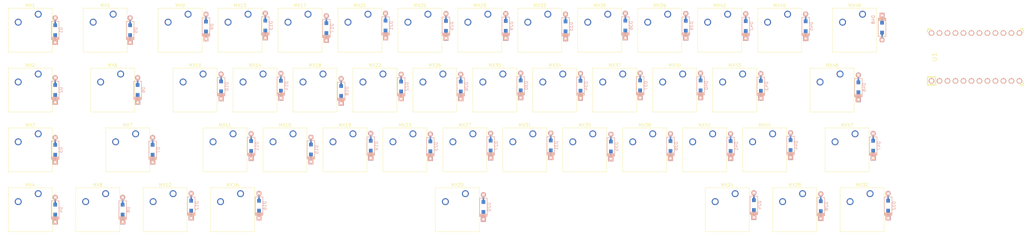
<source format=kicad_pcb>
(kicad_pcb (version 20200628) (host pcbnew "(5.99.0-2318-gf1aa7e523)")
  (layers (0 "F.Cu" signal) (31 "B.Cu" signal) (34 "B.Paste" user) (35 "F.Paste" user) (36 "B.SilkS" user) (37 "F.SilkS" user) (38 "B.Mask" user) (39 "F.Mask" user) (44 "Edge.Cuts" user))
  (net 0 "")
  (net 1 "Net-(D1-Pad2)")
  (net 2 "row0")
  (net 3 "Net-(D2-Pad2)")
  (net 4 "Net-(D10-Pad1)")
  (net 5 "Net-(D3-Pad2)")
  (net 6 "row2")
  (net 7 "Net-(D4-Pad2)")
  (net 8 "row3")
  (net 9 "Net-(D5-Pad2)")
  (net 10 "Net-(D6-Pad2)")
  (net 11 "Net-(D7-Pad2)")
  (net 12 "Net-(D8-Pad2)")
  (net 13 "Net-(D9-Pad2)")
  (net 14 "Net-(D10-Pad2)")
  (net 15 "Net-(D11-Pad2)")
  (net 16 "Net-(D12-Pad2)")
  (net 17 "Net-(D13-Pad2)")
  (net 18 "Net-(D14-Pad2)")
  (net 19 "Net-(D15-Pad2)")
  (net 20 "Net-(D16-Pad2)")
  (net 21 "Net-(D17-Pad2)")
  (net 22 "Net-(D18-Pad2)")
  (net 23 "Net-(D19-Pad2)")
  (net 24 "Net-(D20-Pad2)")
  (net 25 "Net-(D21-Pad2)")
  (net 26 "Net-(D22-Pad2)")
  (net 27 "Net-(D23-Pad2)")
  (net 28 "Net-(D24-Pad2)")
  (net 29 "Net-(D25-Pad2)")
  (net 30 "Net-(D26-Pad2)")
  (net 31 "Net-(D27-Pad2)")
  (net 32 "Net-(D28-Pad2)")
  (net 33 "Net-(D29-Pad2)")
  (net 34 "Net-(D30-Pad2)")
  (net 35 "Net-(D31-Pad2)")
  (net 36 "Net-(D32-Pad2)")
  (net 37 "Net-(D33-Pad2)")
  (net 38 "Net-(D34-Pad2)")
  (net 39 "Net-(D35-Pad2)")
  (net 40 "Net-(D36-Pad2)")
  (net 41 "Net-(D37-Pad2)")
  (net 42 "Net-(D38-Pad2)")
  (net 43 "Net-(D39-Pad2)")
  (net 44 "Net-(D40-Pad2)")
  (net 45 "Net-(D41-Pad2)")
  (net 46 "Net-(D42-Pad2)")
  (net 47 "Net-(D43-Pad2)")
  (net 48 "Net-(D44-Pad2)")
  (net 49 "Net-(D45-Pad2)")
  (net 50 "Net-(D46-Pad2)")
  (net 51 "Net-(D47-Pad2)")
  (net 52 "Net-(D48-Pad2)")
  (net 53 "col1")
  (net 54 "Net-(U1-Pad13)")
  (net 55 "Net-(U1-Pad14)")
  (net 56 "Net-(U1-Pad15)")
  (net 57 "Net-(U1-Pad16)")
  (net 58 "Net-(U1-Pad17)")
  (net 59 "Net-(U1-Pad18)")
  (net 60 "Net-(U1-Pad19)")
  (net 61 "Net-(U1-Pad20)")
  (net 62 "Net-(U1-Pad21)")
  (net 63 "Net-(U1-Pad22)")
  (net 64 "Net-(U1-Pad23)")
  (net 65 "Net-(U1-Pad24)")
  (net 66 "Net-(U1-Pad12)")
  (net 67 "Net-(U1-Pad11)")
  (net 68 "Net-(U1-Pad10)")
  (net 69 "Net-(U1-Pad9)")
  (net 70 "Net-(U1-Pad8)")
  (net 71 "Net-(U1-Pad7)")
  (net 72 "Net-(U1-Pad6)")
  (net 73 "Net-(U1-Pad5)")
  (net 74 "Net-(U1-Pad4)")
  (net 75 "Net-(U1-Pad3)")
  (net 76 "Net-(U1-Pad2)")
  (net 77 "Net-(U1-Pad1)")
  (net 78 "col2")
  (net 79 "col3")
  (net 80 "col4")
  (net 81 "col5")
  (net 82 "col6")
  (net 83 "col7")
  (net 84 "col8")
  (net 85 "col9")
  (net 86 "col10")
  (net 87 "col11")
  (net 88 "col12")
  (net 89 "col13")
  (net 90 "col14")
  (module "keyboard_parts:D_SOD123_axial" (layer "B.Cu") (at 296.06875 24.60625 -90)
    (fp_text reference "D48" (at -2.54 2.794 -90) (layer "B.SilkS") (effects (justify mirror)))
    (fp_text value "D_Small")
    (pad "2" smd rect (at 2.7 0 270) (size 2.5 0.5) (layers "B.Cu") (net 52 "Net-(D48-Pad2)"))
    (pad "1" smd rect (at -2.7 0 270) (size 2.5 0.5) (layers "B.Cu") (net 2 "row0"))
    (pad "2" thru_hole circle (at 3.9 0 270) (size 1.6 1.6) (drill 0.7) (layers *.Cu *.Mask "B.SilkS") (net 52 "Net-(D48-Pad2)"))
    (pad "1" thru_hole rect (at -3.9 0 270) (size 1.6 1.6) (drill 0.7) (layers *.Cu *.Mask "B.SilkS") (net 2 "row0"))
    (pad "1" smd rect (at -1.575 0 270) (size 1.2 1.2) (layers "B.Cu" "B.Paste" "B.Mask") (net 2 "row0"))
    (pad "2" smd rect (at 1.575 0 270) (size 1.2 1.2) (layers "B.Cu" "B.Paste" "B.Mask") (net 52 "Net-(D48-Pad2)"))
  )
  (module "keyboard_parts:D_SOD123_axial" (layer "B.Cu") (at 293.25 62.2 90)
    (fp_text reference "D47" (at 0 1.8 90) (layer "B.SilkS") (effects (justify mirror)))
    (fp_text value "D_Small")
    (pad "2" smd rect (at 2.7 0 90) (size 2.5 0.5) (layers "B.Cu") (net 51 "Net-(D47-Pad2)"))
    (pad "1" smd rect (at -2.7 0 90) (size 2.5 0.5) (layers "B.Cu") (net 6 "row2"))
    (pad "2" thru_hole circle (at 3.9 0 90) (size 1.6 1.6) (drill 0.7) (layers *.Cu *.Mask "B.SilkS") (net 51 "Net-(D47-Pad2)"))
    (pad "1" thru_hole rect (at -3.9 0 90) (size 1.6 1.6) (drill 0.7) (layers *.Cu *.Mask "B.SilkS") (net 6 "row2"))
    (pad "1" smd rect (at -1.575 0 90) (size 1.2 1.2) (layers "B.Cu" "B.Paste" "B.Mask") (net 6 "row2"))
    (pad "2" smd rect (at 1.575 0 90) (size 1.2 1.2) (layers "B.Cu" "B.Paste" "B.Mask") (net 51 "Net-(D47-Pad2)"))
  )
  (module "keyboard_parts:D_SOD123_axial" (layer "B.Cu") (at 288.55 43.6 90)
    (fp_text reference "D46" (at 0 1.8 90) (layer "B.SilkS") (effects (justify mirror)))
    (fp_text value "D_Small")
    (pad "2" smd rect (at 2.7 0 90) (size 2.5 0.5) (layers "B.Cu") (net 50 "Net-(D46-Pad2)"))
    (pad "1" smd rect (at -2.7 0 90) (size 2.5 0.5) (layers "B.Cu") (net 4 "Net-(D10-Pad1)"))
    (pad "2" thru_hole circle (at 3.9 0 90) (size 1.6 1.6) (drill 0.7) (layers *.Cu *.Mask "B.SilkS") (net 50 "Net-(D46-Pad2)"))
    (pad "1" thru_hole rect (at -3.9 0 90) (size 1.6 1.6) (drill 0.7) (layers *.Cu *.Mask "B.SilkS") (net 4 "Net-(D10-Pad1)"))
    (pad "1" smd rect (at -1.575 0 90) (size 1.2 1.2) (layers "B.Cu" "B.Paste" "B.Mask") (net 4 "Net-(D10-Pad1)"))
    (pad "2" smd rect (at 1.575 0 90) (size 1.2 1.2) (layers "B.Cu" "B.Paste" "B.Mask") (net 50 "Net-(D46-Pad2)"))
  )
  (module "keyboard_parts:D_SOD123_axial" (layer "B.Cu") (at 271.8 24.15 90)
    (fp_text reference "D45" (at 0 1.8 90) (layer "B.SilkS") (effects (justify mirror)))
    (fp_text value "D_Small")
    (pad "2" smd rect (at 2.7 0 90) (size 2.5 0.5) (layers "B.Cu") (net 49 "Net-(D45-Pad2)"))
    (pad "1" smd rect (at -2.7 0 90) (size 2.5 0.5) (layers "B.Cu") (net 2 "row0"))
    (pad "2" thru_hole circle (at 3.9 0 90) (size 1.6 1.6) (drill 0.7) (layers *.Cu *.Mask "B.SilkS") (net 49 "Net-(D45-Pad2)"))
    (pad "1" thru_hole rect (at -3.9 0 90) (size 1.6 1.6) (drill 0.7) (layers *.Cu *.Mask "B.SilkS") (net 2 "row0"))
    (pad "1" smd rect (at -1.575 0 90) (size 1.2 1.2) (layers "B.Cu" "B.Paste" "B.Mask") (net 2 "row0"))
    (pad "2" smd rect (at 1.575 0 90) (size 1.2 1.2) (layers "B.Cu" "B.Paste" "B.Mask") (net 49 "Net-(D45-Pad2)"))
  )
  (module "keyboard_parts:D_SOD123_axial" (layer "B.Cu") (at 267 62 90)
    (fp_text reference "D44" (at 0 1.8 90) (layer "B.SilkS") (effects (justify mirror)))
    (fp_text value "D_Small")
    (pad "2" smd rect (at 2.7 0 90) (size 2.5 0.5) (layers "B.Cu") (net 48 "Net-(D44-Pad2)"))
    (pad "1" smd rect (at -2.7 0 90) (size 2.5 0.5) (layers "B.Cu") (net 6 "row2"))
    (pad "2" thru_hole circle (at 3.9 0 90) (size 1.6 1.6) (drill 0.7) (layers *.Cu *.Mask "B.SilkS") (net 48 "Net-(D44-Pad2)"))
    (pad "1" thru_hole rect (at -3.9 0 90) (size 1.6 1.6) (drill 0.7) (layers *.Cu *.Mask "B.SilkS") (net 6 "row2"))
    (pad "1" smd rect (at -1.575 0 90) (size 1.2 1.2) (layers "B.Cu" "B.Paste" "B.Mask") (net 6 "row2"))
    (pad "2" smd rect (at 1.575 0 90) (size 1.2 1.2) (layers "B.Cu" "B.Paste" "B.Mask") (net 48 "Net-(D44-Pad2)"))
  )
  (module "keyboard_parts:D_SOD123_axial" (layer "B.Cu") (at 257.55 43.15 90)
    (fp_text reference "D43" (at 0 1.8 90) (layer "B.SilkS") (effects (justify mirror)))
    (fp_text value "D_Small")
    (pad "2" smd rect (at 2.7 0 90) (size 2.5 0.5) (layers "B.Cu") (net 47 "Net-(D43-Pad2)"))
    (pad "1" smd rect (at -2.7 0 90) (size 2.5 0.5) (layers "B.Cu") (net 4 "Net-(D10-Pad1)"))
    (pad "2" thru_hole circle (at 3.9 0 90) (size 1.6 1.6) (drill 0.7) (layers *.Cu *.Mask "B.SilkS") (net 47 "Net-(D43-Pad2)"))
    (pad "1" thru_hole rect (at -3.9 0 90) (size 1.6 1.6) (drill 0.7) (layers *.Cu *.Mask "B.SilkS") (net 4 "Net-(D10-Pad1)"))
    (pad "1" smd rect (at -1.575 0 90) (size 1.2 1.2) (layers "B.Cu" "B.Paste" "B.Mask") (net 4 "Net-(D10-Pad1)"))
    (pad "2" smd rect (at 1.575 0 90) (size 1.2 1.2) (layers "B.Cu" "B.Paste" "B.Mask") (net 47 "Net-(D43-Pad2)"))
  )
  (module "keyboard_parts:D_SOD123_axial" (layer "B.Cu") (at 252.75 24.1 90)
    (fp_text reference "D42" (at 0 1.8 90) (layer "B.SilkS") (effects (justify mirror)))
    (fp_text value "D_Small")
    (pad "2" smd rect (at 2.7 0 90) (size 2.5 0.5) (layers "B.Cu") (net 46 "Net-(D42-Pad2)"))
    (pad "1" smd rect (at -2.7 0 90) (size 2.5 0.5) (layers "B.Cu") (net 2 "row0"))
    (pad "2" thru_hole circle (at 3.9 0 90) (size 1.6 1.6) (drill 0.7) (layers *.Cu *.Mask "B.SilkS") (net 46 "Net-(D42-Pad2)"))
    (pad "1" thru_hole rect (at -3.9 0 90) (size 1.6 1.6) (drill 0.7) (layers *.Cu *.Mask "B.SilkS") (net 2 "row0"))
    (pad "1" smd rect (at -1.575 0 90) (size 1.2 1.2) (layers "B.Cu" "B.Paste" "B.Mask") (net 2 "row0"))
    (pad "2" smd rect (at 1.575 0 90) (size 1.2 1.2) (layers "B.Cu" "B.Paste" "B.Mask") (net 46 "Net-(D42-Pad2)"))
  )
  (module "keyboard_parts:D_SOD123_axial" (layer "B.Cu") (at 247.95 62.3 90)
    (fp_text reference "D41" (at 0 1.8 90) (layer "B.SilkS") (effects (justify mirror)))
    (fp_text value "D_Small")
    (pad "2" smd rect (at 2.7 0 90) (size 2.5 0.5) (layers "B.Cu") (net 45 "Net-(D41-Pad2)"))
    (pad "1" smd rect (at -2.7 0 90) (size 2.5 0.5) (layers "B.Cu") (net 6 "row2"))
    (pad "2" thru_hole circle (at 3.9 0 90) (size 1.6 1.6) (drill 0.7) (layers *.Cu *.Mask "B.SilkS") (net 45 "Net-(D41-Pad2)"))
    (pad "1" thru_hole rect (at -3.9 0 90) (size 1.6 1.6) (drill 0.7) (layers *.Cu *.Mask "B.SilkS") (net 6 "row2"))
    (pad "1" smd rect (at -1.575 0 90) (size 1.2 1.2) (layers "B.Cu" "B.Paste" "B.Mask") (net 6 "row2"))
    (pad "2" smd rect (at 1.575 0 90) (size 1.2 1.2) (layers "B.Cu" "B.Paste" "B.Mask") (net 45 "Net-(D41-Pad2)"))
  )
  (module "keyboard_parts:D_SOD123_axial" (layer "B.Cu") (at 238.4 43 90)
    (fp_text reference "D40" (at 0 1.8 90) (layer "B.SilkS") (effects (justify mirror)))
    (fp_text value "D_Small")
    (pad "2" smd rect (at 2.7 0 90) (size 2.5 0.5) (layers "B.Cu") (net 44 "Net-(D40-Pad2)"))
    (pad "1" smd rect (at -2.7 0 90) (size 2.5 0.5) (layers "B.Cu") (net 4 "Net-(D10-Pad1)"))
    (pad "2" thru_hole circle (at 3.9 0 90) (size 1.6 1.6) (drill 0.7) (layers *.Cu *.Mask "B.SilkS") (net 44 "Net-(D40-Pad2)"))
    (pad "1" thru_hole rect (at -3.9 0 90) (size 1.6 1.6) (drill 0.7) (layers *.Cu *.Mask "B.SilkS") (net 4 "Net-(D10-Pad1)"))
    (pad "1" smd rect (at -1.575 0 90) (size 1.2 1.2) (layers "B.Cu" "B.Paste" "B.Mask") (net 4 "Net-(D10-Pad1)"))
    (pad "2" smd rect (at 1.575 0 90) (size 1.2 1.2) (layers "B.Cu" "B.Paste" "B.Mask") (net 44 "Net-(D40-Pad2)"))
  )
  (module "keyboard_parts:D_SOD123_axial" (layer "B.Cu") (at 233.7 24 90)
    (fp_text reference "D39" (at 0 1.8 90) (layer "B.SilkS") (effects (justify mirror)))
    (fp_text value "D_Small")
    (pad "2" smd rect (at 2.7 0 90) (size 2.5 0.5) (layers "B.Cu") (net 43 "Net-(D39-Pad2)"))
    (pad "1" smd rect (at -2.7 0 90) (size 2.5 0.5) (layers "B.Cu") (net 2 "row0"))
    (pad "2" thru_hole circle (at 3.9 0 90) (size 1.6 1.6) (drill 0.7) (layers *.Cu *.Mask "B.SilkS") (net 43 "Net-(D39-Pad2)"))
    (pad "1" thru_hole rect (at -3.9 0 90) (size 1.6 1.6) (drill 0.7) (layers *.Cu *.Mask "B.SilkS") (net 2 "row0"))
    (pad "1" smd rect (at -1.575 0 90) (size 1.2 1.2) (layers "B.Cu" "B.Paste" "B.Mask") (net 2 "row0"))
    (pad "2" smd rect (at 1.575 0 90) (size 1.2 1.2) (layers "B.Cu" "B.Paste" "B.Mask") (net 43 "Net-(D39-Pad2)"))
  )
  (module "keyboard_parts:D_SOD123_axial" (layer "B.Cu") (at 228.85 62.3 90)
    (fp_text reference "D38" (at 0 1.8 90) (layer "B.SilkS") (effects (justify mirror)))
    (fp_text value "D_Small")
    (pad "2" smd rect (at 2.7 0 90) (size 2.5 0.5) (layers "B.Cu") (net 42 "Net-(D38-Pad2)"))
    (pad "1" smd rect (at -2.7 0 90) (size 2.5 0.5) (layers "B.Cu") (net 6 "row2"))
    (pad "2" thru_hole circle (at 3.9 0 90) (size 1.6 1.6) (drill 0.7) (layers *.Cu *.Mask "B.SilkS") (net 42 "Net-(D38-Pad2)"))
    (pad "1" thru_hole rect (at -3.9 0 90) (size 1.6 1.6) (drill 0.7) (layers *.Cu *.Mask "B.SilkS") (net 6 "row2"))
    (pad "1" smd rect (at -1.575 0 90) (size 1.2 1.2) (layers "B.Cu" "B.Paste" "B.Mask") (net 6 "row2"))
    (pad "2" smd rect (at 1.575 0 90) (size 1.2 1.2) (layers "B.Cu" "B.Paste" "B.Mask") (net 42 "Net-(D38-Pad2)"))
  )
  (module "keyboard_parts:D_SOD123_axial" (layer "B.Cu") (at 219.2 43 90)
    (fp_text reference "D37" (at 0 1.8 90) (layer "B.SilkS") (effects (justify mirror)))
    (fp_text value "D_Small")
    (pad "2" smd rect (at 2.7 0 90) (size 2.5 0.5) (layers "B.Cu") (net 41 "Net-(D37-Pad2)"))
    (pad "1" smd rect (at -2.7 0 90) (size 2.5 0.5) (layers "B.Cu") (net 4 "Net-(D10-Pad1)"))
    (pad "2" thru_hole circle (at 3.9 0 90) (size 1.6 1.6) (drill 0.7) (layers *.Cu *.Mask "B.SilkS") (net 41 "Net-(D37-Pad2)"))
    (pad "1" thru_hole rect (at -3.9 0 90) (size 1.6 1.6) (drill 0.7) (layers *.Cu *.Mask "B.SilkS") (net 4 "Net-(D10-Pad1)"))
    (pad "1" smd rect (at -1.575 0 90) (size 1.2 1.2) (layers "B.Cu" "B.Paste" "B.Mask") (net 4 "Net-(D10-Pad1)"))
    (pad "2" smd rect (at 1.575 0 90) (size 1.2 1.2) (layers "B.Cu" "B.Paste" "B.Mask") (net 41 "Net-(D37-Pad2)"))
  )
  (module "keyboard_parts:D_SOD123_axial" (layer "B.Cu") (at 214.5 23.95 90)
    (fp_text reference "D36" (at 0 1.8 270) (layer "B.SilkS") (effects (justify mirror)))
    (fp_text value "D_Small")
    (pad "2" smd rect (at 2.7 0 90) (size 2.5 0.5) (layers "B.Cu") (net 40 "Net-(D36-Pad2)"))
    (pad "1" smd rect (at -2.7 0 90) (size 2.5 0.5) (layers "B.Cu") (net 2 "row0"))
    (pad "2" thru_hole circle (at 3.9 0 90) (size 1.6 1.6) (drill 0.7) (layers *.Cu *.Mask "B.SilkS") (net 40 "Net-(D36-Pad2)"))
    (pad "1" thru_hole rect (at -3.9 0 90) (size 1.6 1.6) (drill 0.7) (layers *.Cu *.Mask "B.SilkS") (net 2 "row0"))
    (pad "1" smd rect (at -1.575 0 90) (size 1.2 1.2) (layers "B.Cu" "B.Paste" "B.Mask") (net 2 "row0"))
    (pad "2" smd rect (at 1.575 0 90) (size 1.2 1.2) (layers "B.Cu" "B.Paste" "B.Mask") (net 40 "Net-(D36-Pad2)"))
  )
  (module "keyboard_parts:D_SOD123_axial" (layer "B.Cu") (at 209.9 62.45 90)
    (fp_text reference "D35" (at 0 1.8 90) (layer "B.SilkS") (effects (justify mirror)))
    (fp_text value "D_Small")
    (pad "2" smd rect (at 2.7 0 90) (size 2.5 0.5) (layers "B.Cu") (net 39 "Net-(D35-Pad2)"))
    (pad "1" smd rect (at -2.7 0 90) (size 2.5 0.5) (layers "B.Cu") (net 6 "row2"))
    (pad "2" thru_hole circle (at 3.9 0 90) (size 1.6 1.6) (drill 0.7) (layers *.Cu *.Mask "B.SilkS") (net 39 "Net-(D35-Pad2)"))
    (pad "1" thru_hole rect (at -3.9 0 90) (size 1.6 1.6) (drill 0.7) (layers *.Cu *.Mask "B.SilkS") (net 6 "row2"))
    (pad "1" smd rect (at -1.575 0 90) (size 1.2 1.2) (layers "B.Cu" "B.Paste" "B.Mask") (net 6 "row2"))
    (pad "2" smd rect (at 1.575 0 90) (size 1.2 1.2) (layers "B.Cu" "B.Paste" "B.Mask") (net 39 "Net-(D35-Pad2)"))
  )
  (module "keyboard_parts:D_SOD123_axial" (layer "B.Cu") (at 200.25 43.1 90)
    (fp_text reference "D34" (at 0 1.8 90) (layer "B.SilkS") (effects (justify mirror)))
    (fp_text value "D_Small")
    (pad "2" smd rect (at 2.7 0 90) (size 2.5 0.5) (layers "B.Cu") (net 38 "Net-(D34-Pad2)"))
    (pad "1" smd rect (at -2.7 0 90) (size 2.5 0.5) (layers "B.Cu") (net 4 "Net-(D10-Pad1)"))
    (pad "2" thru_hole circle (at 3.9 0 90) (size 1.6 1.6) (drill 0.7) (layers *.Cu *.Mask "B.SilkS") (net 38 "Net-(D34-Pad2)"))
    (pad "1" thru_hole rect (at -3.9 0 90) (size 1.6 1.6) (drill 0.7) (layers *.Cu *.Mask "B.SilkS") (net 4 "Net-(D10-Pad1)"))
    (pad "1" smd rect (at -1.575 0 90) (size 1.2 1.2) (layers "B.Cu" "B.Paste" "B.Mask") (net 4 "Net-(D10-Pad1)"))
    (pad "2" smd rect (at 1.575 0 90) (size 1.2 1.2) (layers "B.Cu" "B.Paste" "B.Mask") (net 38 "Net-(D34-Pad2)"))
  )
  (module "keyboard_parts:D_SOD123_axial" (layer "B.Cu") (at 195.5 24.2 90)
    (fp_text reference "D33" (at 0 1.8 90) (layer "B.SilkS") (effects (justify mirror)))
    (fp_text value "D_Small")
    (pad "2" smd rect (at 2.7 0 90) (size 2.5 0.5) (layers "B.Cu") (net 37 "Net-(D33-Pad2)"))
    (pad "1" smd rect (at -2.7 0 90) (size 2.5 0.5) (layers "B.Cu") (net 2 "row0"))
    (pad "2" thru_hole circle (at 3.9 0 90) (size 1.6 1.6) (drill 0.7) (layers *.Cu *.Mask "B.SilkS") (net 37 "Net-(D33-Pad2)"))
    (pad "1" thru_hole rect (at -3.9 0 90) (size 1.6 1.6) (drill 0.7) (layers *.Cu *.Mask "B.SilkS") (net 2 "row0"))
    (pad "1" smd rect (at -1.575 0 90) (size 1.2 1.2) (layers "B.Cu" "B.Paste" "B.Mask") (net 2 "row0"))
    (pad "2" smd rect (at 1.575 0 90) (size 1.2 1.2) (layers "B.Cu" "B.Paste" "B.Mask") (net 37 "Net-(D33-Pad2)"))
  )
  (module "keyboard_parts:D_SOD123_axial" (layer "B.Cu") (at 298 81.3 90)
    (fp_text reference "D32" (at 0 1.8 90) (layer "B.SilkS") (effects (justify mirror)))
    (fp_text value "D_Small")
    (pad "2" smd rect (at 2.7 0 90) (size 2.5 0.5) (layers "B.Cu") (net 36 "Net-(D32-Pad2)"))
    (pad "1" smd rect (at -2.7 0 90) (size 2.5 0.5) (layers "B.Cu") (net 8 "row3"))
    (pad "2" thru_hole circle (at 3.9 0 90) (size 1.6 1.6) (drill 0.7) (layers *.Cu *.Mask "B.SilkS") (net 36 "Net-(D32-Pad2)"))
    (pad "1" thru_hole rect (at -3.9 0 90) (size 1.6 1.6) (drill 0.7) (layers *.Cu *.Mask "B.SilkS") (net 8 "row3"))
    (pad "1" smd rect (at -1.575 0 90) (size 1.2 1.2) (layers "B.Cu" "B.Paste" "B.Mask") (net 8 "row3"))
    (pad "2" smd rect (at 1.575 0 90) (size 1.2 1.2) (layers "B.Cu" "B.Paste" "B.Mask") (net 36 "Net-(D32-Pad2)"))
  )
  (module "keyboard_parts:D_SOD123_axial" (layer "B.Cu") (at 190.8 62.1 90)
    (fp_text reference "D31" (at 0 1.8 90) (layer "B.SilkS") (effects (justify mirror)))
    (fp_text value "D_Small")
    (pad "2" smd rect (at 2.7 0 90) (size 2.5 0.5) (layers "B.Cu") (net 35 "Net-(D31-Pad2)"))
    (pad "1" smd rect (at -2.7 0 90) (size 2.5 0.5) (layers "B.Cu") (net 6 "row2"))
    (pad "2" thru_hole circle (at 3.9 0 90) (size 1.6 1.6) (drill 0.7) (layers *.Cu *.Mask "B.SilkS") (net 35 "Net-(D31-Pad2)"))
    (pad "1" thru_hole rect (at -3.9 0 90) (size 1.6 1.6) (drill 0.7) (layers *.Cu *.Mask "B.SilkS") (net 6 "row2"))
    (pad "1" smd rect (at -1.575 0 90) (size 1.2 1.2) (layers "B.Cu" "B.Paste" "B.Mask") (net 6 "row2"))
    (pad "2" smd rect (at 1.575 0 90) (size 1.2 1.2) (layers "B.Cu" "B.Paste" "B.Mask") (net 35 "Net-(D31-Pad2)"))
  )
  (module "keyboard_parts:D_SOD123_axial" (layer "B.Cu") (at 181.25 43 90)
    (fp_text reference "D30" (at 0 1.8 90) (layer "B.SilkS") (effects (justify mirror)))
    (fp_text value "D_Small")
    (pad "2" smd rect (at 2.7 0 90) (size 2.5 0.5) (layers "B.Cu") (net 34 "Net-(D30-Pad2)"))
    (pad "1" smd rect (at -2.7 0 90) (size 2.5 0.5) (layers "B.Cu") (net 4 "Net-(D10-Pad1)"))
    (pad "2" thru_hole circle (at 3.9 0 90) (size 1.6 1.6) (drill 0.7) (layers *.Cu *.Mask "B.SilkS") (net 34 "Net-(D30-Pad2)"))
    (pad "1" thru_hole rect (at -3.9 0 90) (size 1.6 1.6) (drill 0.7) (layers *.Cu *.Mask "B.SilkS") (net 4 "Net-(D10-Pad1)"))
    (pad "1" smd rect (at -1.575 0 90) (size 1.2 1.2) (layers "B.Cu" "B.Paste" "B.Mask") (net 4 "Net-(D10-Pad1)"))
    (pad "2" smd rect (at 1.575 0 90) (size 1.2 1.2) (layers "B.Cu" "B.Paste" "B.Mask") (net 34 "Net-(D30-Pad2)"))
  )
  (module "keyboard_parts:D_SOD123_axial" (layer "B.Cu") (at 176.5 24.05 90)
    (fp_text reference "D29" (at 0 1.8 90) (layer "B.SilkS") (effects (justify mirror)))
    (fp_text value "D_Small")
    (pad "2" smd rect (at 2.7 0 90) (size 2.5 0.5) (layers "B.Cu") (net 33 "Net-(D29-Pad2)"))
    (pad "1" smd rect (at -2.7 0 90) (size 2.5 0.5) (layers "B.Cu") (net 2 "row0"))
    (pad "2" thru_hole circle (at 3.9 0 90) (size 1.6 1.6) (drill 0.7) (layers *.Cu *.Mask "B.SilkS") (net 33 "Net-(D29-Pad2)"))
    (pad "1" thru_hole rect (at -3.9 0 90) (size 1.6 1.6) (drill 0.7) (layers *.Cu *.Mask "B.SilkS") (net 2 "row0"))
    (pad "1" smd rect (at -1.575 0 90) (size 1.2 1.2) (layers "B.Cu" "B.Paste" "B.Mask") (net 2 "row0"))
    (pad "2" smd rect (at 1.575 0 90) (size 1.2 1.2) (layers "B.Cu" "B.Paste" "B.Mask") (net 33 "Net-(D29-Pad2)"))
  )
  (module "keyboard_parts:D_SOD123_axial" (layer "B.Cu") (at 276.6 81.45 90)
    (fp_text reference "D28" (at 0 1.8 90) (layer "B.SilkS") (effects (justify mirror)))
    (fp_text value "D_Small")
    (pad "2" smd rect (at 2.7 0 90) (size 2.5 0.5) (layers "B.Cu") (net 32 "Net-(D28-Pad2)"))
    (pad "1" smd rect (at -2.7 0 90) (size 2.5 0.5) (layers "B.Cu") (net 8 "row3"))
    (pad "2" thru_hole circle (at 3.9 0 90) (size 1.6 1.6) (drill 0.7) (layers *.Cu *.Mask "B.SilkS") (net 32 "Net-(D28-Pad2)"))
    (pad "1" thru_hole rect (at -3.9 0 90) (size 1.6 1.6) (drill 0.7) (layers *.Cu *.Mask "B.SilkS") (net 8 "row3"))
    (pad "1" smd rect (at -1.575 0 90) (size 1.2 1.2) (layers "B.Cu" "B.Paste" "B.Mask") (net 8 "row3"))
    (pad "2" smd rect (at 1.575 0 90) (size 1.2 1.2) (layers "B.Cu" "B.Paste" "B.Mask") (net 32 "Net-(D28-Pad2)"))
  )
  (module "keyboard_parts:D_SOD123_axial" (layer "B.Cu") (at 171.7 62.15 90)
    (fp_text reference "D27" (at 0 1.8 90) (layer "B.SilkS") (effects (justify mirror)))
    (fp_text value "D_Small")
    (pad "2" smd rect (at 2.7 0 90) (size 2.5 0.5) (layers "B.Cu") (net 31 "Net-(D27-Pad2)"))
    (pad "1" smd rect (at -2.7 0 90) (size 2.5 0.5) (layers "B.Cu") (net 6 "row2"))
    (pad "2" thru_hole circle (at 3.9 0 90) (size 1.6 1.6) (drill 0.7) (layers *.Cu *.Mask "B.SilkS") (net 31 "Net-(D27-Pad2)"))
    (pad "1" thru_hole rect (at -3.9 0 90) (size 1.6 1.6) (drill 0.7) (layers *.Cu *.Mask "B.SilkS") (net 6 "row2"))
    (pad "1" smd rect (at -1.575 0 90) (size 1.2 1.2) (layers "B.Cu" "B.Paste" "B.Mask") (net 6 "row2"))
    (pad "2" smd rect (at 1.575 0 90) (size 1.2 1.2) (layers "B.Cu" "B.Paste" "B.Mask") (net 31 "Net-(D27-Pad2)"))
  )
  (module "keyboard_parts:D_SOD123_axial" (layer "B.Cu") (at 162.2 43.35 90)
    (fp_text reference "D26" (at 0 1.8 90) (layer "B.SilkS") (effects (justify mirror)))
    (fp_text value "D_Small")
    (pad "2" smd rect (at 2.7 0 90) (size 2.5 0.5) (layers "B.Cu") (net 30 "Net-(D26-Pad2)"))
    (pad "1" smd rect (at -2.7 0 90) (size 2.5 0.5) (layers "B.Cu") (net 4 "Net-(D10-Pad1)"))
    (pad "2" thru_hole circle (at 3.9 0 90) (size 1.6 1.6) (drill 0.7) (layers *.Cu *.Mask "B.SilkS") (net 30 "Net-(D26-Pad2)"))
    (pad "1" thru_hole rect (at -3.9 0 90) (size 1.6 1.6) (drill 0.7) (layers *.Cu *.Mask "B.SilkS") (net 4 "Net-(D10-Pad1)"))
    (pad "1" smd rect (at -1.575 0 90) (size 1.2 1.2) (layers "B.Cu" "B.Paste" "B.Mask") (net 4 "Net-(D10-Pad1)"))
    (pad "2" smd rect (at 1.575 0 90) (size 1.2 1.2) (layers "B.Cu" "B.Paste" "B.Mask") (net 30 "Net-(D26-Pad2)"))
  )
  (module "keyboard_parts:D_SOD123_axial" (layer "B.Cu") (at 157.5 24.05 90)
    (fp_text reference "D25" (at 0 1.8 90) (layer "B.SilkS") (effects (justify mirror)))
    (fp_text value "D_Small")
    (pad "2" smd rect (at 2.7 0 90) (size 2.5 0.5) (layers "B.Cu") (net 29 "Net-(D25-Pad2)"))
    (pad "1" smd rect (at -2.7 0 90) (size 2.5 0.5) (layers "B.Cu") (net 2 "row0"))
    (pad "2" thru_hole circle (at 3.9 0 90) (size 1.6 1.6) (drill 0.7) (layers *.Cu *.Mask "B.SilkS") (net 29 "Net-(D25-Pad2)"))
    (pad "1" thru_hole rect (at -3.9 0 90) (size 1.6 1.6) (drill 0.7) (layers *.Cu *.Mask "B.SilkS") (net 2 "row0"))
    (pad "1" smd rect (at -1.575 0 90) (size 1.2 1.2) (layers "B.Cu" "B.Paste" "B.Mask") (net 2 "row0"))
    (pad "2" smd rect (at 1.575 0 90) (size 1.2 1.2) (layers "B.Cu" "B.Paste" "B.Mask") (net 29 "Net-(D25-Pad2)"))
  )
  (module "keyboard_parts:D_SOD123_axial" (layer "B.Cu") (at 255.35 81.1 90)
    (fp_text reference "D24" (at 0 1.8 90) (layer "B.SilkS") (effects (justify mirror)))
    (fp_text value "D_Small")
    (pad "2" smd rect (at 2.7 0 90) (size 2.5 0.5) (layers "B.Cu") (net 28 "Net-(D24-Pad2)"))
    (pad "1" smd rect (at -2.7 0 90) (size 2.5 0.5) (layers "B.Cu") (net 8 "row3"))
    (pad "2" thru_hole circle (at 3.9 0 90) (size 1.6 1.6) (drill 0.7) (layers *.Cu *.Mask "B.SilkS") (net 28 "Net-(D24-Pad2)"))
    (pad "1" thru_hole rect (at -3.9 0 90) (size 1.6 1.6) (drill 0.7) (layers *.Cu *.Mask "B.SilkS") (net 8 "row3"))
    (pad "1" smd rect (at -1.575 0 90) (size 1.2 1.2) (layers "B.Cu" "B.Paste" "B.Mask") (net 8 "row3"))
    (pad "2" smd rect (at 1.575 0 90) (size 1.2 1.2) (layers "B.Cu" "B.Paste" "B.Mask") (net 28 "Net-(D24-Pad2)"))
  )
  (module "keyboard_parts:D_SOD123_axial" (layer "B.Cu") (at 152.55 62.4 90)
    (fp_text reference "D23" (at 0 1.8 90) (layer "B.SilkS") (effects (justify mirror)))
    (fp_text value "D_Small")
    (pad "2" smd rect (at 2.7 0 90) (size 2.5 0.5) (layers "B.Cu") (net 27 "Net-(D23-Pad2)"))
    (pad "1" smd rect (at -2.7 0 90) (size 2.5 0.5) (layers "B.Cu") (net 6 "row2"))
    (pad "2" thru_hole circle (at 3.9 0 90) (size 1.6 1.6) (drill 0.7) (layers *.Cu *.Mask "B.SilkS") (net 27 "Net-(D23-Pad2)"))
    (pad "1" thru_hole rect (at -3.9 0 90) (size 1.6 1.6) (drill 0.7) (layers *.Cu *.Mask "B.SilkS") (net 6 "row2"))
    (pad "1" smd rect (at -1.575 0 90) (size 1.2 1.2) (layers "B.Cu" "B.Paste" "B.Mask") (net 6 "row2"))
    (pad "2" smd rect (at 1.575 0 90) (size 1.2 1.2) (layers "B.Cu" "B.Paste" "B.Mask") (net 27 "Net-(D23-Pad2)"))
  )
  (module "keyboard_parts:D_SOD123_axial" (layer "B.Cu") (at 143.25 43.35 90)
    (fp_text reference "D22" (at 0 1.8 90) (layer "B.SilkS") (effects (justify mirror)))
    (fp_text value "D_Small")
    (pad "2" smd rect (at 2.7 0 90) (size 2.5 0.5) (layers "B.Cu") (net 26 "Net-(D22-Pad2)"))
    (pad "1" smd rect (at -2.7 0 90) (size 2.5 0.5) (layers "B.Cu") (net 4 "Net-(D10-Pad1)"))
    (pad "2" thru_hole circle (at 3.9 0 90) (size 1.6 1.6) (drill 0.7) (layers *.Cu *.Mask "B.SilkS") (net 26 "Net-(D22-Pad2)"))
    (pad "1" thru_hole rect (at -3.9 0 90) (size 1.6 1.6) (drill 0.7) (layers *.Cu *.Mask "B.SilkS") (net 4 "Net-(D10-Pad1)"))
    (pad "1" smd rect (at -1.575 0 90) (size 1.2 1.2) (layers "B.Cu" "B.Paste" "B.Mask") (net 4 "Net-(D10-Pad1)"))
    (pad "2" smd rect (at 1.575 0 90) (size 1.2 1.2) (layers "B.Cu" "B.Paste" "B.Mask") (net 26 "Net-(D22-Pad2)"))
  )
  (module "keyboard_parts:D_SOD123_axial" (layer "B.Cu") (at 138.3 23.95 90)
    (fp_text reference "D21" (at 0 1.8 90) (layer "B.SilkS") (effects (justify mirror)))
    (fp_text value "D_Small")
    (pad "2" smd rect (at 2.7 0 90) (size 2.5 0.5) (layers "B.Cu") (net 25 "Net-(D21-Pad2)"))
    (pad "1" smd rect (at -2.7 0 90) (size 2.5 0.5) (layers "B.Cu") (net 2 "row0"))
    (pad "2" thru_hole circle (at 3.9 0 90) (size 1.6 1.6) (drill 0.7) (layers *.Cu *.Mask "B.SilkS") (net 25 "Net-(D21-Pad2)"))
    (pad "1" thru_hole rect (at -3.9 0 90) (size 1.6 1.6) (drill 0.7) (layers *.Cu *.Mask "B.SilkS") (net 2 "row0"))
    (pad "1" smd rect (at -1.575 0 90) (size 1.2 1.2) (layers "B.Cu" "B.Paste" "B.Mask") (net 2 "row0"))
    (pad "2" smd rect (at 1.575 0 90) (size 1.2 1.2) (layers "B.Cu" "B.Paste" "B.Mask") (net 25 "Net-(D21-Pad2)"))
  )
  (module "keyboard_parts:D_SOD123_axial" (layer "B.Cu") (at 169.4 81.7 90)
    (fp_text reference "D20" (at 0 1.8 90) (layer "B.SilkS") (effects (justify mirror)))
    (fp_text value "D_Small")
    (pad "2" smd rect (at 2.7 0 90) (size 2.5 0.5) (layers "B.Cu") (net 24 "Net-(D20-Pad2)"))
    (pad "1" smd rect (at -2.7 0 90) (size 2.5 0.5) (layers "B.Cu") (net 8 "row3"))
    (pad "2" thru_hole circle (at 3.9 0 90) (size 1.6 1.6) (drill 0.7) (layers *.Cu *.Mask "B.SilkS") (net 24 "Net-(D20-Pad2)"))
    (pad "1" thru_hole rect (at -3.9 0 90) (size 1.6 1.6) (drill 0.7) (layers *.Cu *.Mask "B.SilkS") (net 8 "row3"))
    (pad "1" smd rect (at -1.575 0 90) (size 1.2 1.2) (layers "B.Cu" "B.Paste" "B.Mask") (net 8 "row3"))
    (pad "2" smd rect (at 1.575 0 90) (size 1.2 1.2) (layers "B.Cu" "B.Paste" "B.Mask") (net 24 "Net-(D20-Pad2)"))
  )
  (module "keyboard_parts:D_SOD123_axial" (layer "B.Cu") (at 133.6 62.2 90)
    (fp_text reference "D19" (at 0 1.8 90) (layer "B.SilkS") (effects (justify mirror)))
    (fp_text value "D_Small")
    (pad "2" smd rect (at 2.7 0 90) (size 2.5 0.5) (layers "B.Cu") (net 23 "Net-(D19-Pad2)"))
    (pad "1" smd rect (at -2.7 0 90) (size 2.5 0.5) (layers "B.Cu") (net 6 "row2"))
    (pad "2" thru_hole circle (at 3.9 0 90) (size 1.6 1.6) (drill 0.7) (layers *.Cu *.Mask "B.SilkS") (net 23 "Net-(D19-Pad2)"))
    (pad "1" thru_hole rect (at -3.9 0 90) (size 1.6 1.6) (drill 0.7) (layers *.Cu *.Mask "B.SilkS") (net 6 "row2"))
    (pad "1" smd rect (at -1.575 0 90) (size 1.2 1.2) (layers "B.Cu" "B.Paste" "B.Mask") (net 6 "row2"))
    (pad "2" smd rect (at 1.575 0 90) (size 1.2 1.2) (layers "B.Cu" "B.Paste" "B.Mask") (net 23 "Net-(D19-Pad2)"))
  )
  (module "keyboard_parts:D_SOD123_axial" (layer "B.Cu") (at 124.2 44.75 90)
    (fp_text reference "D18" (at 0 1.8 90) (layer "B.SilkS") (effects (justify mirror)))
    (fp_text value "D_Small")
    (pad "2" smd rect (at 2.7 0 90) (size 2.5 0.5) (layers "B.Cu") (net 22 "Net-(D18-Pad2)"))
    (pad "1" smd rect (at -2.7 0 90) (size 2.5 0.5) (layers "B.Cu") (net 4 "Net-(D10-Pad1)"))
    (pad "2" thru_hole circle (at 3.9 0 90) (size 1.6 1.6) (drill 0.7) (layers *.Cu *.Mask "B.SilkS") (net 22 "Net-(D18-Pad2)"))
    (pad "1" thru_hole rect (at -3.9 0 90) (size 1.6 1.6) (drill 0.7) (layers *.Cu *.Mask "B.SilkS") (net 4 "Net-(D10-Pad1)"))
    (pad "1" smd rect (at -1.575 0 90) (size 1.2 1.2) (layers "B.Cu" "B.Paste" "B.Mask") (net 4 "Net-(D10-Pad1)"))
    (pad "2" smd rect (at 1.575 0 90) (size 1.2 1.2) (layers "B.Cu" "B.Paste" "B.Mask") (net 22 "Net-(D18-Pad2)"))
  )
  (module "keyboard_parts:D_SOD123_axial" (layer "B.Cu") (at 119.5 24.75 90)
    (fp_text reference "D17" (at 0 1.8 90) (layer "B.SilkS") (effects (justify mirror)))
    (fp_text value "D_Small")
    (pad "2" smd rect (at 2.7 0 90) (size 2.5 0.5) (layers "B.Cu") (net 21 "Net-(D17-Pad2)"))
    (pad "1" smd rect (at -2.7 0 90) (size 2.5 0.5) (layers "B.Cu") (net 2 "row0"))
    (pad "2" thru_hole circle (at 3.9 0 90) (size 1.6 1.6) (drill 0.7) (layers *.Cu *.Mask "B.SilkS") (net 21 "Net-(D17-Pad2)"))
    (pad "1" thru_hole rect (at -3.9 0 90) (size 1.6 1.6) (drill 0.7) (layers *.Cu *.Mask "B.SilkS") (net 2 "row0"))
    (pad "1" smd rect (at -1.575 0 90) (size 1.2 1.2) (layers "B.Cu" "B.Paste" "B.Mask") (net 2 "row0"))
    (pad "2" smd rect (at 1.575 0 90) (size 1.2 1.2) (layers "B.Cu" "B.Paste" "B.Mask") (net 21 "Net-(D17-Pad2)"))
  )
  (module "keyboard_parts:D_SOD123_axial" (layer "B.Cu") (at 98.1 81.3 90)
    (fp_text reference "D16" (at 0 1.8 90) (layer "B.SilkS") (effects (justify mirror)))
    (fp_text value "D_Small")
    (pad "2" smd rect (at 2.7 0 90) (size 2.5 0.5) (layers "B.Cu") (net 20 "Net-(D16-Pad2)"))
    (pad "1" smd rect (at -2.7 0 90) (size 2.5 0.5) (layers "B.Cu") (net 8 "row3"))
    (pad "2" thru_hole circle (at 3.9 0 90) (size 1.6 1.6) (drill 0.7) (layers *.Cu *.Mask "B.SilkS") (net 20 "Net-(D16-Pad2)"))
    (pad "1" thru_hole rect (at -3.9 0 90) (size 1.6 1.6) (drill 0.7) (layers *.Cu *.Mask "B.SilkS") (net 8 "row3"))
    (pad "1" smd rect (at -1.575 0 90) (size 1.2 1.2) (layers "B.Cu" "B.Paste" "B.Mask") (net 8 "row3"))
    (pad "2" smd rect (at 1.575 0 90) (size 1.2 1.2) (layers "B.Cu" "B.Paste" "B.Mask") (net 20 "Net-(D16-Pad2)"))
  )
  (module "keyboard_parts:D_SOD123_axial" (layer "B.Cu") (at 114.6 63.4 90)
    (fp_text reference "D15" (at 0 1.8 90) (layer "B.SilkS") (effects (justify mirror)))
    (fp_text value "D_Small")
    (pad "2" smd rect (at 2.7 0 90) (size 2.5 0.5) (layers "B.Cu") (net 19 "Net-(D15-Pad2)"))
    (pad "1" smd rect (at -2.7 0 90) (size 2.5 0.5) (layers "B.Cu") (net 6 "row2"))
    (pad "2" thru_hole circle (at 3.9 0 90) (size 1.6 1.6) (drill 0.7) (layers *.Cu *.Mask "B.SilkS") (net 19 "Net-(D15-Pad2)"))
    (pad "1" thru_hole rect (at -3.9 0 90) (size 1.6 1.6) (drill 0.7) (layers *.Cu *.Mask "B.SilkS") (net 6 "row2"))
    (pad "1" smd rect (at -1.575 0 90) (size 1.2 1.2) (layers "B.Cu" "B.Paste" "B.Mask") (net 6 "row2"))
    (pad "2" smd rect (at 1.575 0 90) (size 1.2 1.2) (layers "B.Cu" "B.Paste" "B.Mask") (net 19 "Net-(D15-Pad2)"))
  )
  (module "keyboard_parts:D_SOD123_axial" (layer "B.Cu") (at 105.05 43.1 90)
    (fp_text reference "D14" (at 0 1.8 90) (layer "B.SilkS") (effects (justify mirror)))
    (fp_text value "D_Small")
    (pad "2" smd rect (at 2.7 0 90) (size 2.5 0.5) (layers "B.Cu") (net 18 "Net-(D14-Pad2)"))
    (pad "1" smd rect (at -2.7 0 90) (size 2.5 0.5) (layers "B.Cu") (net 4 "Net-(D10-Pad1)"))
    (pad "2" thru_hole circle (at 3.9 0 90) (size 1.6 1.6) (drill 0.7) (layers *.Cu *.Mask "B.SilkS") (net 18 "Net-(D14-Pad2)"))
    (pad "1" thru_hole rect (at -3.9 0 90) (size 1.6 1.6) (drill 0.7) (layers *.Cu *.Mask "B.SilkS") (net 4 "Net-(D10-Pad1)"))
    (pad "1" smd rect (at -1.575 0 90) (size 1.2 1.2) (layers "B.Cu" "B.Paste" "B.Mask") (net 4 "Net-(D10-Pad1)"))
    (pad "2" smd rect (at 1.575 0 90) (size 1.2 1.2) (layers "B.Cu" "B.Paste" "B.Mask") (net 18 "Net-(D14-Pad2)"))
  )
  (module "keyboard_parts:D_SOD123_axial" (layer "B.Cu") (at 100.1 23.95 90)
    (fp_text reference "D13" (at 0 1.8 90) (layer "B.SilkS") (effects (justify mirror)))
    (fp_text value "D_Small")
    (pad "2" smd rect (at 2.7 0 90) (size 2.5 0.5) (layers "B.Cu") (net 17 "Net-(D13-Pad2)"))
    (pad "1" smd rect (at -2.7 0 90) (size 2.5 0.5) (layers "B.Cu") (net 2 "row0"))
    (pad "2" thru_hole circle (at 3.9 0 90) (size 1.6 1.6) (drill 0.7) (layers *.Cu *.Mask "B.SilkS") (net 17 "Net-(D13-Pad2)"))
    (pad "1" thru_hole rect (at -3.9 0 90) (size 1.6 1.6) (drill 0.7) (layers *.Cu *.Mask "B.SilkS") (net 2 "row0"))
    (pad "1" smd rect (at -1.575 0 90) (size 1.2 1.2) (layers "B.Cu" "B.Paste" "B.Mask") (net 2 "row0"))
    (pad "2" smd rect (at 1.575 0 90) (size 1.2 1.2) (layers "B.Cu" "B.Paste" "B.Mask") (net 17 "Net-(D13-Pad2)"))
  )
  (module "keyboard_parts:D_SOD123_axial" (layer "B.Cu") (at 76.55 81.3 90)
    (fp_text reference "D12" (at 0 1.8 90) (layer "B.SilkS") (effects (justify mirror)))
    (fp_text value "D_Small")
    (pad "2" smd rect (at 2.7 0 90) (size 2.5 0.5) (layers "B.Cu") (net 16 "Net-(D12-Pad2)"))
    (pad "1" smd rect (at -2.7 0 90) (size 2.5 0.5) (layers "B.Cu") (net 8 "row3"))
    (pad "2" thru_hole circle (at 3.9 0 90) (size 1.6 1.6) (drill 0.7) (layers *.Cu *.Mask "B.SilkS") (net 16 "Net-(D12-Pad2)"))
    (pad "1" thru_hole rect (at -3.9 0 90) (size 1.6 1.6) (drill 0.7) (layers *.Cu *.Mask "B.SilkS") (net 8 "row3"))
    (pad "1" smd rect (at -1.575 0 90) (size 1.2 1.2) (layers "B.Cu" "B.Paste" "B.Mask") (net 8 "row3"))
    (pad "2" smd rect (at 1.575 0 90) (size 1.2 1.2) (layers "B.Cu" "B.Paste" "B.Mask") (net 16 "Net-(D12-Pad2)"))
  )
  (module "keyboard_parts:D_SOD123_axial" (layer "B.Cu") (at 95.6 62.3 90)
    (fp_text reference "D11" (at 0 1.8 90) (layer "B.SilkS") (effects (justify mirror)))
    (fp_text value "D_Small")
    (pad "2" smd rect (at 2.7 0 90) (size 2.5 0.5) (layers "B.Cu") (net 15 "Net-(D11-Pad2)"))
    (pad "1" smd rect (at -2.7 0 90) (size 2.5 0.5) (layers "B.Cu") (net 6 "row2"))
    (pad "2" thru_hole circle (at 3.9 0 90) (size 1.6 1.6) (drill 0.7) (layers *.Cu *.Mask "B.SilkS") (net 15 "Net-(D11-Pad2)"))
    (pad "1" thru_hole rect (at -3.9 0 90) (size 1.6 1.6) (drill 0.7) (layers *.Cu *.Mask "B.SilkS") (net 6 "row2"))
    (pad "1" smd rect (at -1.575 0 90) (size 1.2 1.2) (layers "B.Cu" "B.Paste" "B.Mask") (net 6 "row2"))
    (pad "2" smd rect (at 1.575 0 90) (size 1.2 1.2) (layers "B.Cu" "B.Paste" "B.Mask") (net 15 "Net-(D11-Pad2)"))
  )
  (module "keyboard_parts:D_SOD123_axial" (layer "B.Cu") (at 86.05 43.3 90)
    (fp_text reference "D10" (at 0 1.8 90) (layer "B.SilkS") (effects (justify mirror)))
    (fp_text value "D_Small")
    (pad "2" smd rect (at 2.7 0 90) (size 2.5 0.5) (layers "B.Cu") (net 14 "Net-(D10-Pad2)"))
    (pad "1" smd rect (at -2.7 0 90) (size 2.5 0.5) (layers "B.Cu") (net 4 "Net-(D10-Pad1)"))
    (pad "2" thru_hole circle (at 3.9 0 90) (size 1.6 1.6) (drill 0.7) (layers *.Cu *.Mask "B.SilkS") (net 14 "Net-(D10-Pad2)"))
    (pad "1" thru_hole rect (at -3.9 0 90) (size 1.6 1.6) (drill 0.7) (layers *.Cu *.Mask "B.SilkS") (net 4 "Net-(D10-Pad1)"))
    (pad "1" smd rect (at -1.575 0 90) (size 1.2 1.2) (layers "B.Cu" "B.Paste" "B.Mask") (net 4 "Net-(D10-Pad1)"))
    (pad "2" smd rect (at 1.575 0 90) (size 1.2 1.2) (layers "B.Cu" "B.Paste" "B.Mask") (net 14 "Net-(D10-Pad2)"))
  )
  (module "keyboard_parts:D_SOD123_axial" (layer "B.Cu") (at 81.25 24.25 90)
    (fp_text reference "D9" (at 0 1.8 90) (layer "B.SilkS") (effects (justify mirror)))
    (fp_text value "D_Small")
    (pad "2" smd rect (at 2.7 0 90) (size 2.5 0.5) (layers "B.Cu") (net 13 "Net-(D9-Pad2)"))
    (pad "1" smd rect (at -2.7 0 90) (size 2.5 0.5) (layers "B.Cu") (net 2 "row0"))
    (pad "2" thru_hole circle (at 3.9 0 90) (size 1.6 1.6) (drill 0.7) (layers *.Cu *.Mask "B.SilkS") (net 13 "Net-(D9-Pad2)"))
    (pad "1" thru_hole rect (at -3.9 0 90) (size 1.6 1.6) (drill 0.7) (layers *.Cu *.Mask "B.SilkS") (net 2 "row0"))
    (pad "1" smd rect (at -1.575 0 90) (size 1.2 1.2) (layers "B.Cu" "B.Paste" "B.Mask") (net 2 "row0"))
    (pad "2" smd rect (at 1.575 0 90) (size 1.2 1.2) (layers "B.Cu" "B.Paste" "B.Mask") (net 13 "Net-(D9-Pad2)"))
  )
  (module "keyboard_parts:D_SOD123_axial" (layer "B.Cu") (at 54.76875 82.55 90)
    (fp_text reference "D8" (at 0 1.8 90) (layer "B.SilkS") (effects (justify mirror)))
    (fp_text value "D_Small")
    (pad "2" smd rect (at 2.7 0 90) (size 2.5 0.5) (layers "B.Cu") (net 12 "Net-(D8-Pad2)"))
    (pad "1" smd rect (at -2.7 0 90) (size 2.5 0.5) (layers "B.Cu") (net 8 "row3"))
    (pad "2" thru_hole circle (at 3.9 0 90) (size 1.6 1.6) (drill 0.7) (layers *.Cu *.Mask "B.SilkS") (net 12 "Net-(D8-Pad2)"))
    (pad "1" thru_hole rect (at -3.9 0 90) (size 1.6 1.6) (drill 0.7) (layers *.Cu *.Mask "B.SilkS") (net 8 "row3"))
    (pad "1" smd rect (at -1.575 0 90) (size 1.2 1.2) (layers "B.Cu" "B.Paste" "B.Mask") (net 8 "row3"))
    (pad "2" smd rect (at 1.575 0 90) (size 1.2 1.2) (layers "B.Cu" "B.Paste" "B.Mask") (net 12 "Net-(D8-Pad2)"))
  )
  (module "keyboard_parts:D_SOD123_axial" (layer "B.Cu") (at 64.29375 63.5 90)
    (fp_text reference "D7" (at 0 1.8 90) (layer "B.SilkS") (effects (justify mirror)))
    (fp_text value "D_Small")
    (pad "2" smd rect (at 2.7 0 90) (size 2.5 0.5) (layers "B.Cu") (net 11 "Net-(D7-Pad2)"))
    (pad "1" smd rect (at -2.7 0 90) (size 2.5 0.5) (layers "B.Cu") (net 6 "row2"))
    (pad "2" thru_hole circle (at 3.9 0 90) (size 1.6 1.6) (drill 0.7) (layers *.Cu *.Mask "B.SilkS") (net 11 "Net-(D7-Pad2)"))
    (pad "1" thru_hole rect (at -3.9 0 90) (size 1.6 1.6) (drill 0.7) (layers *.Cu *.Mask "B.SilkS") (net 6 "row2"))
    (pad "1" smd rect (at -1.575 0 90) (size 1.2 1.2) (layers "B.Cu" "B.Paste" "B.Mask") (net 6 "row2"))
    (pad "2" smd rect (at 1.575 0 90) (size 1.2 1.2) (layers "B.Cu" "B.Paste" "B.Mask") (net 11 "Net-(D7-Pad2)"))
  )
  (module "keyboard_parts:D_SOD123_axial" (layer "B.Cu") (at 59.53125 44.45 90)
    (fp_text reference "D6" (at 0 1.8 90) (layer "B.SilkS") (effects (justify mirror)))
    (fp_text value "D_Small")
    (pad "2" smd rect (at 2.7 0 90) (size 2.5 0.5) (layers "B.Cu") (net 10 "Net-(D6-Pad2)"))
    (pad "1" smd rect (at -2.7 0 90) (size 2.5 0.5) (layers "B.Cu") (net 4 "Net-(D10-Pad1)"))
    (pad "2" thru_hole circle (at 3.9 0 90) (size 1.6 1.6) (drill 0.7) (layers *.Cu *.Mask "B.SilkS") (net 10 "Net-(D6-Pad2)"))
    (pad "1" thru_hole rect (at -3.9 0 90) (size 1.6 1.6) (drill 0.7) (layers *.Cu *.Mask "B.SilkS") (net 4 "Net-(D10-Pad1)"))
    (pad "1" smd rect (at -1.575 0 90) (size 1.2 1.2) (layers "B.Cu" "B.Paste" "B.Mask") (net 4 "Net-(D10-Pad1)"))
    (pad "2" smd rect (at 1.575 0 90) (size 1.2 1.2) (layers "B.Cu" "B.Paste" "B.Mask") (net 10 "Net-(D6-Pad2)"))
  )
  (module "keyboard_parts:D_SOD123_axial" (layer "B.Cu") (at 57.15 25.4 90)
    (fp_text reference "D5" (at 0 1.8 90) (layer "B.SilkS") (effects (justify mirror)))
    (fp_text value "D_Small")
    (pad "2" smd rect (at 2.7 0 90) (size 2.5 0.5) (layers "B.Cu") (net 9 "Net-(D5-Pad2)"))
    (pad "1" smd rect (at -2.7 0 90) (size 2.5 0.5) (layers "B.Cu") (net 2 "row0"))
    (pad "2" thru_hole circle (at 3.9 0 90) (size 1.6 1.6) (drill 0.7) (layers *.Cu *.Mask "B.SilkS") (net 9 "Net-(D5-Pad2)"))
    (pad "1" thru_hole rect (at -3.9 0 90) (size 1.6 1.6) (drill 0.7) (layers *.Cu *.Mask "B.SilkS") (net 2 "row0"))
    (pad "1" smd rect (at -1.575 0 90) (size 1.2 1.2) (layers "B.Cu" "B.Paste" "B.Mask") (net 2 "row0"))
    (pad "2" smd rect (at 1.575 0 90) (size 1.2 1.2) (layers "B.Cu" "B.Paste" "B.Mask") (net 9 "Net-(D5-Pad2)"))
  )
  (module "keyboard_parts:D_SOD123_axial" (layer "B.Cu") (at 33.3375 82.55 90)
    (fp_text reference "D4" (at 0 1.8 90) (layer "B.SilkS") (effects (justify mirror)))
    (fp_text value "D_Small")
    (pad "2" smd rect (at 2.7 0 90) (size 2.5 0.5) (layers "B.Cu") (net 7 "Net-(D4-Pad2)"))
    (pad "1" smd rect (at -2.7 0 90) (size 2.5 0.5) (layers "B.Cu") (net 8 "row3"))
    (pad "2" thru_hole circle (at 3.9 0 90) (size 1.6 1.6) (drill 0.7) (layers *.Cu *.Mask "B.SilkS") (net 7 "Net-(D4-Pad2)"))
    (pad "1" thru_hole rect (at -3.9 0 90) (size 1.6 1.6) (drill 0.7) (layers *.Cu *.Mask "B.SilkS") (net 8 "row3"))
    (pad "1" smd rect (at -1.575 0 90) (size 1.2 1.2) (layers "B.Cu" "B.Paste" "B.Mask") (net 8 "row3"))
    (pad "2" smd rect (at 1.575 0 90) (size 1.2 1.2) (layers "B.Cu" "B.Paste" "B.Mask") (net 7 "Net-(D4-Pad2)"))
  )
  (module "keyboard_parts:D_SOD123_axial" (layer "B.Cu") (at 33.3375 63.5 90)
    (fp_text reference "D3" (at 0 1.8 90) (layer "B.SilkS") (effects (justify mirror)))
    (fp_text value "D_Small")
    (pad "2" smd rect (at 2.7 0 90) (size 2.5 0.5) (layers "B.Cu") (net 5 "Net-(D3-Pad2)"))
    (pad "1" smd rect (at -2.7 0 90) (size 2.5 0.5) (layers "B.Cu") (net 6 "row2"))
    (pad "2" thru_hole circle (at 3.9 0 90) (size 1.6 1.6) (drill 0.7) (layers *.Cu *.Mask "B.SilkS") (net 5 "Net-(D3-Pad2)"))
    (pad "1" thru_hole rect (at -3.9 0 90) (size 1.6 1.6) (drill 0.7) (layers *.Cu *.Mask "B.SilkS") (net 6 "row2"))
    (pad "1" smd rect (at -1.575 0 90) (size 1.2 1.2) (layers "B.Cu" "B.Paste" "B.Mask") (net 6 "row2"))
    (pad "2" smd rect (at 1.575 0 90) (size 1.2 1.2) (layers "B.Cu" "B.Paste" "B.Mask") (net 5 "Net-(D3-Pad2)"))
  )
  (module "keyboard_parts:D_SOD123_axial" (layer "B.Cu") (at 33.3375 44.45 90)
    (fp_text reference "D2" (at 0 1.8 270) (layer "B.SilkS") (effects (justify mirror)))
    (fp_text value "D_Small")
    (pad "2" smd rect (at 2.7 0 90) (size 2.5 0.5) (layers "B.Cu") (net 3 "Net-(D2-Pad2)"))
    (pad "1" smd rect (at -2.7 0 90) (size 2.5 0.5) (layers "B.Cu") (net 4 "Net-(D10-Pad1)"))
    (pad "2" thru_hole circle (at 3.9 0 90) (size 1.6 1.6) (drill 0.7) (layers *.Cu *.Mask "B.SilkS") (net 3 "Net-(D2-Pad2)"))
    (pad "1" thru_hole rect (at -3.9 0 90) (size 1.6 1.6) (drill 0.7) (layers *.Cu *.Mask "B.SilkS") (net 4 "Net-(D10-Pad1)"))
    (pad "1" smd rect (at -1.575 0 90) (size 1.2 1.2) (layers "B.Cu" "B.Paste" "B.Mask") (net 4 "Net-(D10-Pad1)"))
    (pad "2" smd rect (at 1.575 0 90) (size 1.2 1.2) (layers "B.Cu" "B.Paste" "B.Mask") (net 3 "Net-(D2-Pad2)"))
  )
  (module "keyboard_parts:D_SOD123_axial" (layer "B.Cu") (at 33.3375 25.4 90)
    (fp_text reference "D1" (at 0 1.8 270) (layer "B.SilkS") (effects (justify mirror)))
    (fp_text value "D_Small")
    (pad "2" smd rect (at 2.7 0 90) (size 2.5 0.5) (layers "B.Cu") (net 1 "Net-(D1-Pad2)"))
    (pad "1" smd rect (at -2.7 0 90) (size 2.5 0.5) (layers "B.Cu") (net 2 "row0"))
    (pad "2" thru_hole circle (at 3.9 0 90) (size 1.6 1.6) (drill 0.7) (layers *.Cu *.Mask "B.SilkS") (net 1 "Net-(D1-Pad2)"))
    (pad "1" thru_hole rect (at -3.9 0 90) (size 1.6 1.6) (drill 0.7) (layers *.Cu *.Mask "B.SilkS") (net 2 "row0"))
    (pad "1" smd rect (at -1.575 0 90) (size 1.2 1.2) (layers "B.Cu" "B.Paste" "B.Mask") (net 2 "row0"))
    (pad "2" smd rect (at 1.575 0 90) (size 1.2 1.2) (layers "B.Cu" "B.Paste" "B.Mask") (net 1 "Net-(D1-Pad2)"))
  )
  (module "Button_Switch_Keyboard:SW_Cherry_MX_1.75u_PCB" (layer "F.Cu") (at 287.49625 58.42)
    (fp_text reference "MX47" (at -2.54 -2.794) (layer "F.SilkS"))
    (fp_text value "MX-NoLED")
    (pad "" np_thru_hole circle (at 2.54 5.08) (size 1.7 1.7) (drill 1.7) (layers *.Cu *.Mask))
    (pad "" np_thru_hole circle (at -7.62 5.08) (size 1.7 1.7) (drill 1.7) (layers *.Cu *.Mask))
    (pad "" np_thru_hole circle (at -2.54 5.08) (size 4 4) (drill 4) (layers *.Cu *.Mask))
    (pad "2" thru_hole circle (at -6.35 2.54) (size 2.2 2.2) (drill 1.5) (layers *.Cu *.Mask) (net 51 "Net-(D47-Pad2)"))
    (pad "1" thru_hole circle (at 0 0) (size 2.2 2.2) (drill 1.5) (layers *.Cu *.Mask) (net 89 "col13"))
  )
  (module "Button_Switch_Keyboard:SW_Cherry_MX_2.25u_PCB" (layer "F.Cu") (at 282.73375 39.37)
    (fp_text reference "MX46" (at -2.54 -2.794) (layer "F.SilkS"))
    (fp_text value "MX-NoLED")
    (pad "" np_thru_hole circle (at 9.36 -1.92) (size 3.05 3.05) (drill 3.05) (layers *.Cu *.Mask))
    (pad "" np_thru_hole circle (at -14.44 -1.92) (size 3.05 3.05) (drill 3.05) (layers *.Cu *.Mask))
    (pad "" np_thru_hole circle (at -14.44 13.32) (size 4 4) (drill 4) (layers *.Cu *.Mask))
    (pad "" np_thru_hole circle (at 9.36 13.32) (size 4 4) (drill 4) (layers *.Cu *.Mask))
    (pad "" np_thru_hole circle (at 2.54 5.08) (size 1.7 1.7) (drill 1.7) (layers *.Cu *.Mask))
    (pad "" np_thru_hole circle (at -7.62 5.08) (size 1.7 1.7) (drill 1.7) (layers *.Cu *.Mask))
    (pad "" np_thru_hole circle (at -2.54 5.08) (size 4 4) (drill 4) (layers *.Cu *.Mask))
    (pad "2" thru_hole circle (at -6.35 2.54) (size 2.2 2.2) (drill 1.5) (layers *.Cu *.Mask) (net 50 "Net-(D46-Pad2)"))
    (pad "1" thru_hole circle (at 0 0) (size 2.2 2.2) (drill 1.5) (layers *.Cu *.Mask) (net 89 "col13"))
  )
  (module "Button_Switch_Keyboard:SW_Cherry_MX_1.50u_PCB" (layer "F.Cu") (at 289.8775 20.32)
    (fp_text reference "MX48" (at -2.54 -2.794) (layer "F.SilkS"))
    (fp_text value "MX-NoLED")
    (pad "" np_thru_hole circle (at 2.54 5.08) (size 1.7 1.7) (drill 1.7) (layers *.Cu *.Mask))
    (pad "" np_thru_hole circle (at -7.62 5.08) (size 1.7 1.7) (drill 1.7) (layers *.Cu *.Mask))
    (pad "" np_thru_hole circle (at -2.54 5.08) (size 4 4) (drill 4) (layers *.Cu *.Mask))
    (pad "2" thru_hole circle (at -6.35 2.54) (size 2.2 2.2) (drill 1.5) (layers *.Cu *.Mask) (net 52 "Net-(D48-Pad2)"))
    (pad "1" thru_hole circle (at 0 0) (size 2.2 2.2) (drill 1.5) (layers *.Cu *.Mask) (net 90 "col14"))
  )
  (module "Button_Switch_Keyboard:SW_Cherry_MX_1.00u_PCB" (layer "F.Cu") (at 266.065 20.32)
    (fp_text reference "MX45" (at -2.54 -2.794) (layer "F.SilkS"))
    (fp_text value "MX-NoLED")
    (pad "" np_thru_hole circle (at 2.54 5.08) (size 1.7 1.7) (drill 1.7) (layers *.Cu *.Mask))
    (pad "" np_thru_hole circle (at -7.62 5.08) (size 1.7 1.7) (drill 1.7) (layers *.Cu *.Mask))
    (pad "" np_thru_hole circle (at -2.54 5.08) (size 4 4) (drill 4) (layers *.Cu *.Mask))
    (pad "2" thru_hole circle (at -6.35 2.54) (size 2.2 2.2) (drill 1.5) (layers *.Cu *.Mask) (net 49 "Net-(D45-Pad2)"))
    (pad "1" thru_hole circle (at 0 0) (size 2.2 2.2) (drill 1.5) (layers *.Cu *.Mask) (net 89 "col13"))
  )
  (module "Button_Switch_Keyboard:SW_Cherry_MX_1.25u_PCB" (layer "F.Cu") (at 292.25875 77.47)
    (fp_text reference "MX32" (at -2.54 -2.794) (layer "F.SilkS"))
    (fp_text value "MX-NoLED")
    (pad "" np_thru_hole circle (at 2.54 5.08) (size 1.7 1.7) (drill 1.7) (layers *.Cu *.Mask))
    (pad "" np_thru_hole circle (at -7.62 5.08) (size 1.7 1.7) (drill 1.7) (layers *.Cu *.Mask))
    (pad "" np_thru_hole circle (at -2.54 5.08) (size 4 4) (drill 4) (layers *.Cu *.Mask))
    (pad "2" thru_hole circle (at -6.35 2.54) (size 2.2 2.2) (drill 1.5) (layers *.Cu *.Mask) (net 36 "Net-(D32-Pad2)"))
    (pad "1" thru_hole circle (at 0 0) (size 2.2 2.2) (drill 1.5) (layers *.Cu *.Mask) (net 89 "col13"))
  )
  (module "Button_Switch_Keyboard:SW_Cherry_MX_1.25u_PCB" (layer "F.Cu") (at 249.39625 77.47)
    (fp_text reference "MX24" (at -2.54 -2.794) (layer "F.SilkS"))
    (fp_text value "MX-NoLED")
    (pad "" np_thru_hole circle (at 2.54 5.08) (size 1.7 1.7) (drill 1.7) (layers *.Cu *.Mask))
    (pad "" np_thru_hole circle (at -7.62 5.08) (size 1.7 1.7) (drill 1.7) (layers *.Cu *.Mask))
    (pad "" np_thru_hole circle (at -2.54 5.08) (size 4 4) (drill 4) (layers *.Cu *.Mask))
    (pad "2" thru_hole circle (at -6.35 2.54) (size 2.2 2.2) (drill 1.5) (layers *.Cu *.Mask) (net 28 "Net-(D24-Pad2)"))
    (pad "1" thru_hole circle (at 0 0) (size 2.2 2.2) (drill 1.5) (layers *.Cu *.Mask) (net 87 "col11"))
  )
  (module "Button_Switch_Keyboard:SW_Cherry_MX_6.25u_PCB" (layer "F.Cu") (at 163.67125 77.47)
    (fp_text reference "MX20" (at -2.54 -2.794) (layer "F.SilkS"))
    (fp_text value "MX-NoLED")
    (pad "" np_thru_hole circle (at 47.46 -1.92) (size 3.05 3.05) (drill 3.05) (layers *.Cu *.Mask))
    (pad "" np_thru_hole circle (at -52.54 -1.92) (size 3.05 3.05) (drill 3.05) (layers *.Cu *.Mask))
    (pad "" np_thru_hole circle (at -52.54 13.32) (size 4 4) (drill 4) (layers *.Cu *.Mask))
    (pad "" np_thru_hole circle (at 47.46 13.32) (size 4 4) (drill 4) (layers *.Cu *.Mask))
    (pad "" np_thru_hole circle (at 2.54 5.08) (size 1.7 1.7) (drill 1.7) (layers *.Cu *.Mask))
    (pad "" np_thru_hole circle (at -7.62 5.08) (size 1.7 1.7) (drill 1.7) (layers *.Cu *.Mask))
    (pad "" np_thru_hole circle (at -2.54 5.08) (size 4 4) (drill 4) (layers *.Cu *.Mask))
    (pad "2" thru_hole circle (at -6.35 2.54) (size 2.2 2.2) (drill 1.5) (layers *.Cu *.Mask) (net 24 "Net-(D20-Pad2)"))
    (pad "1" thru_hole circle (at 0 0) (size 2.2 2.2) (drill 1.5) (layers *.Cu *.Mask) (net 81 "col5"))
  )
  (module "Button_Switch_Keyboard:SW_Cherry_MX_1.25u_PCB" (layer "F.Cu") (at 92.23375 77.47)
    (fp_text reference "MX16" (at -2.54 -2.794) (layer "F.SilkS"))
    (fp_text value "MX-NoLED")
    (pad "" np_thru_hole circle (at 2.54 5.08) (size 1.7 1.7) (drill 1.7) (layers *.Cu *.Mask))
    (pad "" np_thru_hole circle (at -7.62 5.08) (size 1.7 1.7) (drill 1.7) (layers *.Cu *.Mask))
    (pad "" np_thru_hole circle (at -2.54 5.08) (size 4 4) (drill 4) (layers *.Cu *.Mask))
    (pad "2" thru_hole circle (at -6.35 2.54) (size 2.2 2.2) (drill 1.5) (layers *.Cu *.Mask) (net 20 "Net-(D16-Pad2)"))
    (pad "1" thru_hole circle (at 0 0) (size 2.2 2.2) (drill 1.5) (layers *.Cu *.Mask) (net 80 "col4"))
  )
  (module "Button_Switch_Keyboard:SW_Cherry_MX_1.50u_PCB" (layer "F.Cu") (at 51.7525 20.32)
    (fp_text reference "MX5" (at -2.54 -2.794) (layer "F.SilkS"))
    (fp_text value "MX-NoLED")
    (pad "" np_thru_hole circle (at 2.54 5.08) (size 1.7 1.7) (drill 1.7) (layers *.Cu *.Mask))
    (pad "" np_thru_hole circle (at -7.62 5.08) (size 1.7 1.7) (drill 1.7) (layers *.Cu *.Mask))
    (pad "" np_thru_hole circle (at -2.54 5.08) (size 4 4) (drill 4) (layers *.Cu *.Mask))
    (pad "2" thru_hole circle (at -6.35 2.54) (size 2.2 2.2) (drill 1.5) (layers *.Cu *.Mask) (net 9 "Net-(D5-Pad2)"))
    (pad "1" thru_hole circle (at 0 0) (size 2.2 2.2) (drill 1.5) (layers *.Cu *.Mask) (net 78 "col2"))
  )
  (module "Button_Switch_Keyboard:SW_Cherry_MX_1.25u_PCB" (layer "F.Cu") (at 49.37125 77.47)
    (fp_text reference "MX8" (at -2.54 -2.794) (layer "F.SilkS"))
    (fp_text value "MX-NoLED")
    (pad "" np_thru_hole circle (at 2.54 5.08) (size 1.7 1.7) (drill 1.7) (layers *.Cu *.Mask))
    (pad "" np_thru_hole circle (at -7.62 5.08) (size 1.7 1.7) (drill 1.7) (layers *.Cu *.Mask))
    (pad "" np_thru_hole circle (at -2.54 5.08) (size 4 4) (drill 4) (layers *.Cu *.Mask))
    (pad "2" thru_hole circle (at -6.35 2.54) (size 2.2 2.2) (drill 1.5) (layers *.Cu *.Mask) (net 12 "Net-(D8-Pad2)"))
    (pad "1" thru_hole circle (at 0 0) (size 2.2 2.2) (drill 1.5) (layers *.Cu *.Mask) (net 78 "col2"))
  )
  (module "Button_Switch_Keyboard:SW_Cherry_MX_2.25u_PCB" (layer "F.Cu") (at 58.89625 58.42)
    (fp_text reference "MX7" (at -2.54 -2.794) (layer "F.SilkS"))
    (fp_text value "MX-NoLED")
    (pad "" np_thru_hole circle (at 9.36 -1.92) (size 3.05 3.05) (drill 3.05) (layers *.Cu *.Mask))
    (pad "" np_thru_hole circle (at -14.44 -1.92) (size 3.05 3.05) (drill 3.05) (layers *.Cu *.Mask))
    (pad "" np_thru_hole circle (at -14.44 13.32) (size 4 4) (drill 4) (layers *.Cu *.Mask))
    (pad "" np_thru_hole circle (at 9.36 13.32) (size 4 4) (drill 4) (layers *.Cu *.Mask))
    (pad "" np_thru_hole circle (at 2.54 5.08) (size 1.7 1.7) (drill 1.7) (layers *.Cu *.Mask))
    (pad "" np_thru_hole circle (at -7.62 5.08) (size 1.7 1.7) (drill 1.7) (layers *.Cu *.Mask))
    (pad "" np_thru_hole circle (at -2.54 5.08) (size 4 4) (drill 4) (layers *.Cu *.Mask))
    (pad "2" thru_hole circle (at -6.35 2.54) (size 2.2 2.2) (drill 1.5) (layers *.Cu *.Mask) (net 11 "Net-(D7-Pad2)"))
    (pad "1" thru_hole circle (at 0 0) (size 2.2 2.2) (drill 1.5) (layers *.Cu *.Mask) (net 78 "col2"))
  )
  (module "Button_Switch_Keyboard:SW_Cherry_MX_1.75u_PCB" (layer "F.Cu") (at 54.13375 39.37)
    (fp_text reference "MX6" (at -2.54 -2.794) (layer "F.SilkS"))
    (fp_text value "MX-NoLED")
    (pad "" np_thru_hole circle (at 2.54 5.08) (size 1.7 1.7) (drill 1.7) (layers *.Cu *.Mask))
    (pad "" np_thru_hole circle (at -7.62 5.08) (size 1.7 1.7) (drill 1.7) (layers *.Cu *.Mask))
    (pad "" np_thru_hole circle (at -2.54 5.08) (size 4 4) (drill 4) (layers *.Cu *.Mask))
    (pad "2" thru_hole circle (at -6.35 2.54) (size 2.2 2.2) (drill 1.5) (layers *.Cu *.Mask) (net 10 "Net-(D6-Pad2)"))
    (pad "1" thru_hole circle (at 0 0) (size 2.2 2.2) (drill 1.5) (layers *.Cu *.Mask) (net 78 "col2"))
  )
  (module "keyboard_parts:Pro_Micro" (layer "F.Cu") (at 325.7555 33.9455)
    (fp_text reference "U1" (at -13 0 270) (layer "F.SilkS") (effects (font (size 1.27 1.524) (thickness 0.2032))))
    (fp_text value "ProMicro" hide)
    (pad "13" thru_hole circle (at -13.97 -7.62) (size 1.7526 1.7526) (drill 1.0922) (layers *.Cu *.SilkS *.Mask) (net 54 "Net-(U1-Pad13)"))
    (pad "14" thru_hole circle (at -11.43 -7.62) (size 1.7526 1.7526) (drill 1.0922) (layers *.Cu *.SilkS *.Mask) (net 55 "Net-(U1-Pad14)"))
    (pad "15" thru_hole circle (at -8.89 -7.62) (size 1.7526 1.7526) (drill 1.0922) (layers *.Cu *.SilkS *.Mask) (net 56 "Net-(U1-Pad15)"))
    (pad "16" thru_hole circle (at -6.35 -7.62) (size 1.7526 1.7526) (drill 1.0922) (layers *.Cu *.SilkS *.Mask) (net 57 "Net-(U1-Pad16)"))
    (pad "17" thru_hole circle (at -3.81 -7.62) (size 1.7526 1.7526) (drill 1.0922) (layers *.Cu *.SilkS *.Mask) (net 58 "Net-(U1-Pad17)"))
    (pad "18" thru_hole circle (at -1.27 -7.62) (size 1.7526 1.7526) (drill 1.0922) (layers *.Cu *.SilkS *.Mask) (net 59 "Net-(U1-Pad18)"))
    (pad "19" thru_hole circle (at 1.27 -7.62) (size 1.7526 1.7526) (drill 1.0922) (layers *.Cu *.SilkS *.Mask) (net 60 "Net-(U1-Pad19)"))
    (pad "20" thru_hole circle (at 3.81 -7.62) (size 1.7526 1.7526) (drill 1.0922) (layers *.Cu *.SilkS *.Mask) (net 61 "Net-(U1-Pad20)"))
    (pad "21" thru_hole circle (at 6.35 -7.62) (size 1.7526 1.7526) (drill 1.0922) (layers *.Cu *.SilkS *.Mask) (net 62 "Net-(U1-Pad21)"))
    (pad "22" thru_hole circle (at 8.89 -7.62) (size 1.7526 1.7526) (drill 1.0922) (layers *.Cu *.SilkS *.Mask) (net 63 "Net-(U1-Pad22)"))
    (pad "23" thru_hole circle (at 11.43 -7.62) (size 1.7526 1.7526) (drill 1.0922) (layers *.Cu *.SilkS *.Mask) (net 64 "Net-(U1-Pad23)"))
    (pad "24" thru_hole circle (at 13.97 -7.62) (size 1.7526 1.7526) (drill 1.0922) (layers *.Cu *.SilkS *.Mask) (net 65 "Net-(U1-Pad24)"))
    (pad "12" thru_hole circle (at 13.97 7.62) (size 1.7526 1.7526) (drill 1.0922) (layers *.Cu *.SilkS *.Mask) (net 66 "Net-(U1-Pad12)"))
    (pad "11" thru_hole circle (at 11.43 7.62) (size 1.7526 1.7526) (drill 1.0922) (layers *.Cu *.SilkS *.Mask) (net 67 "Net-(U1-Pad11)"))
    (pad "10" thru_hole circle (at 8.89 7.62) (size 1.7526 1.7526) (drill 1.0922) (layers *.Cu *.SilkS *.Mask) (net 68 "Net-(U1-Pad10)"))
    (pad "9" thru_hole circle (at 6.35 7.62) (size 1.7526 1.7526) (drill 1.0922) (layers *.Cu *.SilkS *.Mask) (net 69 "Net-(U1-Pad9)"))
    (pad "8" thru_hole circle (at 3.81 7.62) (size 1.7526 1.7526) (drill 1.0922) (layers *.Cu *.SilkS *.Mask) (net 70 "Net-(U1-Pad8)"))
    (pad "7" thru_hole circle (at 1.27 7.62) (size 1.7526 1.7526) (drill 1.0922) (layers *.Cu *.SilkS *.Mask) (net 71 "Net-(U1-Pad7)"))
    (pad "6" thru_hole circle (at -1.27 7.62) (size 1.7526 1.7526) (drill 1.0922) (layers *.Cu *.SilkS *.Mask) (net 72 "Net-(U1-Pad6)"))
    (pad "5" thru_hole circle (at -3.81 7.62) (size 1.7526 1.7526) (drill 1.0922) (layers *.Cu *.SilkS *.Mask) (net 73 "Net-(U1-Pad5)"))
    (pad "4" thru_hole circle (at -6.35 7.62) (size 1.7526 1.7526) (drill 1.0922) (layers *.Cu *.SilkS *.Mask) (net 74 "Net-(U1-Pad4)"))
    (pad "3" thru_hole circle (at -8.89 7.62) (size 1.7526 1.7526) (drill 1.0922) (layers *.Cu *.SilkS *.Mask) (net 75 "Net-(U1-Pad3)"))
    (pad "2" thru_hole circle (at -11.43 7.62) (size 1.7526 1.7526) (drill 1.0922) (layers *.Cu *.SilkS *.Mask) (net 76 "Net-(U1-Pad2)"))
    (pad "1" thru_hole circle (at -13.97 7.62) (size 1.7526 1.7526) (drill 1.0922) (layers *.Cu *.SilkS *.Mask) (net 77 "Net-(U1-Pad1)"))
  )
  (module "Button_Switch_Keyboard:SW_Cherry_MX_1.00u_PCB" (layer "F.Cu") (at 261.3025 58.42)
    (fp_text reference "MX44" (at -2.54 -2.794) (layer "F.SilkS"))
    (fp_text value "MX-NoLED")
    (pad "" np_thru_hole circle (at 2.54 5.08) (size 1.7 1.7) (drill 1.7) (layers *.Cu *.Mask))
    (pad "" np_thru_hole circle (at -7.62 5.08) (size 1.7 1.7) (drill 1.7) (layers *.Cu *.Mask))
    (pad "" np_thru_hole circle (at -2.54 5.08) (size 4 4) (drill 4) (layers *.Cu *.Mask))
    (pad "2" thru_hole circle (at -6.35 2.54) (size 2.2 2.2) (drill 1.5) (layers *.Cu *.Mask) (net 48 "Net-(D44-Pad2)"))
    (pad "1" thru_hole circle (at 0 0) (size 2.2 2.2) (drill 1.5) (layers *.Cu *.Mask) (net 88 "col12"))
  )
  (module "Button_Switch_Keyboard:SW_Cherry_MX_1.00u_PCB" (layer "F.Cu") (at 251.7775 39.37)
    (fp_text reference "MX43" (at -2.54 -2.794) (layer "F.SilkS"))
    (fp_text value "MX-NoLED")
    (pad "" np_thru_hole circle (at 2.54 5.08) (size 1.7 1.7) (drill 1.7) (layers *.Cu *.Mask))
    (pad "" np_thru_hole circle (at -7.62 5.08) (size 1.7 1.7) (drill 1.7) (layers *.Cu *.Mask))
    (pad "" np_thru_hole circle (at -2.54 5.08) (size 4 4) (drill 4) (layers *.Cu *.Mask))
    (pad "2" thru_hole circle (at -6.35 2.54) (size 2.2 2.2) (drill 1.5) (layers *.Cu *.Mask) (net 47 "Net-(D43-Pad2)"))
    (pad "1" thru_hole circle (at 0 0) (size 2.2 2.2) (drill 1.5) (layers *.Cu *.Mask) (net 88 "col12"))
  )
  (module "Button_Switch_Keyboard:SW_Cherry_MX_1.00u_PCB" (layer "F.Cu") (at 247.015 20.32)
    (fp_text reference "MX42" (at -2.54 -2.794) (layer "F.SilkS"))
    (fp_text value "MX-NoLED")
    (pad "" np_thru_hole circle (at 2.54 5.08) (size 1.7 1.7) (drill 1.7) (layers *.Cu *.Mask))
    (pad "" np_thru_hole circle (at -7.62 5.08) (size 1.7 1.7) (drill 1.7) (layers *.Cu *.Mask))
    (pad "" np_thru_hole circle (at -2.54 5.08) (size 4 4) (drill 4) (layers *.Cu *.Mask))
    (pad "2" thru_hole circle (at -6.35 2.54) (size 2.2 2.2) (drill 1.5) (layers *.Cu *.Mask) (net 46 "Net-(D42-Pad2)"))
    (pad "1" thru_hole circle (at 0 0) (size 2.2 2.2) (drill 1.5) (layers *.Cu *.Mask) (net 88 "col12"))
  )
  (module "Button_Switch_Keyboard:SW_Cherry_MX_1.00u_PCB" (layer "F.Cu") (at 242.2525 58.42)
    (fp_text reference "MX41" (at -2.54 -2.794) (layer "F.SilkS"))
    (fp_text value "MX-NoLED")
    (pad "" np_thru_hole circle (at 2.54 5.08) (size 1.7 1.7) (drill 1.7) (layers *.Cu *.Mask))
    (pad "" np_thru_hole circle (at -7.62 5.08) (size 1.7 1.7) (drill 1.7) (layers *.Cu *.Mask))
    (pad "" np_thru_hole circle (at -2.54 5.08) (size 4 4) (drill 4) (layers *.Cu *.Mask))
    (pad "2" thru_hole circle (at -6.35 2.54) (size 2.2 2.2) (drill 1.5) (layers *.Cu *.Mask) (net 45 "Net-(D41-Pad2)"))
    (pad "1" thru_hole circle (at 0 0) (size 2.2 2.2) (drill 1.5) (layers *.Cu *.Mask) (net 87 "col11"))
  )
  (module "Button_Switch_Keyboard:SW_Cherry_MX_1.00u_PCB" (layer "F.Cu") (at 232.7275 39.37)
    (fp_text reference "MX40" (at -2.54 -2.794) (layer "F.SilkS"))
    (fp_text value "MX-NoLED")
    (pad "" np_thru_hole circle (at 2.54 5.08) (size 1.7 1.7) (drill 1.7) (layers *.Cu *.Mask))
    (pad "" np_thru_hole circle (at -7.62 5.08) (size 1.7 1.7) (drill 1.7) (layers *.Cu *.Mask))
    (pad "" np_thru_hole circle (at -2.54 5.08) (size 4 4) (drill 4) (layers *.Cu *.Mask))
    (pad "2" thru_hole circle (at -6.35 2.54) (size 2.2 2.2) (drill 1.5) (layers *.Cu *.Mask) (net 44 "Net-(D40-Pad2)"))
    (pad "1" thru_hole circle (at 0 0) (size 2.2 2.2) (drill 1.5) (layers *.Cu *.Mask) (net 87 "col11"))
  )
  (module "Button_Switch_Keyboard:SW_Cherry_MX_1.00u_PCB" (layer "F.Cu") (at 227.965 20.32)
    (fp_text reference "MX39" (at -2.54 -2.794) (layer "F.SilkS"))
    (fp_text value "MX-NoLED")
    (pad "" np_thru_hole circle (at 2.54 5.08) (size 1.7 1.7) (drill 1.7) (layers *.Cu *.Mask))
    (pad "" np_thru_hole circle (at -7.62 5.08) (size 1.7 1.7) (drill 1.7) (layers *.Cu *.Mask))
    (pad "" np_thru_hole circle (at -2.54 5.08) (size 4 4) (drill 4) (layers *.Cu *.Mask))
    (pad "2" thru_hole circle (at -6.35 2.54) (size 2.2 2.2) (drill 1.5) (layers *.Cu *.Mask) (net 43 "Net-(D39-Pad2)"))
    (pad "1" thru_hole circle (at 0 0) (size 2.2 2.2) (drill 1.5) (layers *.Cu *.Mask) (net 87 "col11"))
  )
  (module "Button_Switch_Keyboard:SW_Cherry_MX_1.00u_PCB" (layer "F.Cu") (at 223.2025 58.42)
    (fp_text reference "MX38" (at -2.54 -2.794) (layer "F.SilkS"))
    (fp_text value "MX-NoLED")
    (pad "" np_thru_hole circle (at 2.54 5.08) (size 1.7 1.7) (drill 1.7) (layers *.Cu *.Mask))
    (pad "" np_thru_hole circle (at -7.62 5.08) (size 1.7 1.7) (drill 1.7) (layers *.Cu *.Mask))
    (pad "" np_thru_hole circle (at -2.54 5.08) (size 4 4) (drill 4) (layers *.Cu *.Mask))
    (pad "2" thru_hole circle (at -6.35 2.54) (size 2.2 2.2) (drill 1.5) (layers *.Cu *.Mask) (net 42 "Net-(D38-Pad2)"))
    (pad "1" thru_hole circle (at 0 0) (size 2.2 2.2) (drill 1.5) (layers *.Cu *.Mask) (net 86 "col10"))
  )
  (module "Button_Switch_Keyboard:SW_Cherry_MX_1.00u_PCB" (layer "F.Cu") (at 213.6775 39.37)
    (fp_text reference "MX37" (at -2.54 -2.794) (layer "F.SilkS"))
    (fp_text value "MX-NoLED")
    (pad "" np_thru_hole circle (at 2.54 5.08) (size 1.7 1.7) (drill 1.7) (layers *.Cu *.Mask))
    (pad "" np_thru_hole circle (at -7.62 5.08) (size 1.7 1.7) (drill 1.7) (layers *.Cu *.Mask))
    (pad "" np_thru_hole circle (at -2.54 5.08) (size 4 4) (drill 4) (layers *.Cu *.Mask))
    (pad "2" thru_hole circle (at -6.35 2.54) (size 2.2 2.2) (drill 1.5) (layers *.Cu *.Mask) (net 41 "Net-(D37-Pad2)"))
    (pad "1" thru_hole circle (at 0 0) (size 2.2 2.2) (drill 1.5) (layers *.Cu *.Mask) (net 86 "col10"))
  )
  (module "Button_Switch_Keyboard:SW_Cherry_MX_1.00u_PCB" (layer "F.Cu") (at 208.915 20.32)
    (fp_text reference "MX36" (at -2.54 -2.794) (layer "F.SilkS"))
    (fp_text value "MX-NoLED")
    (pad "" np_thru_hole circle (at 2.54 5.08) (size 1.7 1.7) (drill 1.7) (layers *.Cu *.Mask))
    (pad "" np_thru_hole circle (at -7.62 5.08) (size 1.7 1.7) (drill 1.7) (layers *.Cu *.Mask))
    (pad "" np_thru_hole circle (at -2.54 5.08) (size 4 4) (drill 4) (layers *.Cu *.Mask))
    (pad "2" thru_hole circle (at -6.35 2.54) (size 2.2 2.2) (drill 1.5) (layers *.Cu *.Mask) (net 40 "Net-(D36-Pad2)"))
    (pad "1" thru_hole circle (at 0 0) (size 2.2 2.2) (drill 1.5) (layers *.Cu *.Mask) (net 86 "col10"))
  )
  (module "Button_Switch_Keyboard:SW_Cherry_MX_1.00u_PCB" (layer "F.Cu") (at 204.1525 58.42)
    (fp_text reference "MX35" (at -2.54 -2.794) (layer "F.SilkS"))
    (fp_text value "MX-NoLED")
    (pad "" np_thru_hole circle (at 2.54 5.08) (size 1.7 1.7) (drill 1.7) (layers *.Cu *.Mask))
    (pad "" np_thru_hole circle (at -7.62 5.08) (size 1.7 1.7) (drill 1.7) (layers *.Cu *.Mask))
    (pad "" np_thru_hole circle (at -2.54 5.08) (size 4 4) (drill 4) (layers *.Cu *.Mask))
    (pad "2" thru_hole circle (at -6.35 2.54) (size 2.2 2.2) (drill 1.5) (layers *.Cu *.Mask) (net 39 "Net-(D35-Pad2)"))
    (pad "1" thru_hole circle (at 0 0) (size 2.2 2.2) (drill 1.5) (layers *.Cu *.Mask) (net 85 "col9"))
  )
  (module "Button_Switch_Keyboard:SW_Cherry_MX_1.00u_PCB" (layer "F.Cu") (at 194.6275 39.37)
    (fp_text reference "MX34" (at -2.54 -2.794) (layer "F.SilkS"))
    (fp_text value "MX-NoLED")
    (pad "" np_thru_hole circle (at 2.54 5.08) (size 1.7 1.7) (drill 1.7) (layers *.Cu *.Mask))
    (pad "" np_thru_hole circle (at -7.62 5.08) (size 1.7 1.7) (drill 1.7) (layers *.Cu *.Mask))
    (pad "" np_thru_hole circle (at -2.54 5.08) (size 4 4) (drill 4) (layers *.Cu *.Mask))
    (pad "2" thru_hole circle (at -6.35 2.54) (size 2.2 2.2) (drill 1.5) (layers *.Cu *.Mask) (net 38 "Net-(D34-Pad2)"))
    (pad "1" thru_hole circle (at 0 0) (size 2.2 2.2) (drill 1.5) (layers *.Cu *.Mask) (net 85 "col9"))
  )
  (module "Button_Switch_Keyboard:SW_Cherry_MX_1.00u_PCB" (layer "F.Cu") (at 189.865 20.32)
    (fp_text reference "MX33" (at -2.54 -2.794) (layer "F.SilkS"))
    (fp_text value "MX-NoLED")
    (pad "" np_thru_hole circle (at 2.54 5.08) (size 1.7 1.7) (drill 1.7) (layers *.Cu *.Mask))
    (pad "" np_thru_hole circle (at -7.62 5.08) (size 1.7 1.7) (drill 1.7) (layers *.Cu *.Mask))
    (pad "" np_thru_hole circle (at -2.54 5.08) (size 4 4) (drill 4) (layers *.Cu *.Mask))
    (pad "2" thru_hole circle (at -6.35 2.54) (size 2.2 2.2) (drill 1.5) (layers *.Cu *.Mask) (net 37 "Net-(D33-Pad2)"))
    (pad "1" thru_hole circle (at 0 0) (size 2.2 2.2) (drill 1.5) (layers *.Cu *.Mask) (net 85 "col9"))
  )
  (module "Button_Switch_Keyboard:SW_Cherry_MX_1.00u_PCB" (layer "F.Cu") (at 185.1025 58.42)
    (fp_text reference "MX31" (at -2.54 -2.794) (layer "F.SilkS"))
    (fp_text value "MX-NoLED")
    (pad "" np_thru_hole circle (at 2.54 5.08) (size 1.7 1.7) (drill 1.7) (layers *.Cu *.Mask))
    (pad "" np_thru_hole circle (at -7.62 5.08) (size 1.7 1.7) (drill 1.7) (layers *.Cu *.Mask))
    (pad "" np_thru_hole circle (at -2.54 5.08) (size 4 4) (drill 4) (layers *.Cu *.Mask))
    (pad "2" thru_hole circle (at -6.35 2.54) (size 2.2 2.2) (drill 1.5) (layers *.Cu *.Mask) (net 35 "Net-(D31-Pad2)"))
    (pad "1" thru_hole circle (at 0 0) (size 2.2 2.2) (drill 1.5) (layers *.Cu *.Mask) (net 84 "col8"))
  )
  (module "Button_Switch_Keyboard:SW_Cherry_MX_1.00u_PCB" (layer "F.Cu") (at 175.5775 39.37)
    (fp_text reference "MX30" (at -2.54 -2.794) (layer "F.SilkS"))
    (fp_text value "MX-NoLED")
    (pad "" np_thru_hole circle (at 2.54 5.08) (size 1.7 1.7) (drill 1.7) (layers *.Cu *.Mask))
    (pad "" np_thru_hole circle (at -7.62 5.08) (size 1.7 1.7) (drill 1.7) (layers *.Cu *.Mask))
    (pad "" np_thru_hole circle (at -2.54 5.08) (size 4 4) (drill 4) (layers *.Cu *.Mask))
    (pad "2" thru_hole circle (at -6.35 2.54) (size 2.2 2.2) (drill 1.5) (layers *.Cu *.Mask) (net 34 "Net-(D30-Pad2)"))
    (pad "1" thru_hole circle (at 0 0) (size 2.2 2.2) (drill 1.5) (layers *.Cu *.Mask) (net 84 "col8"))
  )
  (module "Button_Switch_Keyboard:SW_Cherry_MX_1.00u_PCB" (layer "F.Cu") (at 170.815 20.32)
    (fp_text reference "MX29" (at -2.54 -2.794) (layer "F.SilkS"))
    (fp_text value "MX-NoLED")
    (pad "" np_thru_hole circle (at 2.54 5.08) (size 1.7 1.7) (drill 1.7) (layers *.Cu *.Mask))
    (pad "" np_thru_hole circle (at -7.62 5.08) (size 1.7 1.7) (drill 1.7) (layers *.Cu *.Mask))
    (pad "" np_thru_hole circle (at -2.54 5.08) (size 4 4) (drill 4) (layers *.Cu *.Mask))
    (pad "2" thru_hole circle (at -6.35 2.54) (size 2.2 2.2) (drill 1.5) (layers *.Cu *.Mask) (net 33 "Net-(D29-Pad2)"))
    (pad "1" thru_hole circle (at 0 0) (size 2.2 2.2) (drill 1.5) (layers *.Cu *.Mask) (net 84 "col8"))
  )
  (module "Button_Switch_Keyboard:SW_Cherry_MX_1.00u_PCB" (layer "F.Cu") (at 270.8275 77.47)
    (fp_text reference "MX28" (at -2.54 -2.794) (layer "F.SilkS"))
    (fp_text value "MX-NoLED")
    (pad "" np_thru_hole circle (at 2.54 5.08) (size 1.7 1.7) (drill 1.7) (layers *.Cu *.Mask))
    (pad "" np_thru_hole circle (at -7.62 5.08) (size 1.7 1.7) (drill 1.7) (layers *.Cu *.Mask))
    (pad "" np_thru_hole circle (at -2.54 5.08) (size 4 4) (drill 4) (layers *.Cu *.Mask))
    (pad "2" thru_hole circle (at -6.35 2.54) (size 2.2 2.2) (drill 1.5) (layers *.Cu *.Mask) (net 32 "Net-(D28-Pad2)"))
    (pad "1" thru_hole circle (at 0 0) (size 2.2 2.2) (drill 1.5) (layers *.Cu *.Mask) (net 88 "col12"))
  )
  (module "Button_Switch_Keyboard:SW_Cherry_MX_1.00u_PCB" (layer "F.Cu") (at 166.0525 58.42)
    (fp_text reference "MX27" (at -2.54 -2.794) (layer "F.SilkS"))
    (fp_text value "MX-NoLED")
    (pad "" np_thru_hole circle (at 2.54 5.08) (size 1.7 1.7) (drill 1.7) (layers *.Cu *.Mask))
    (pad "" np_thru_hole circle (at -7.62 5.08) (size 1.7 1.7) (drill 1.7) (layers *.Cu *.Mask))
    (pad "" np_thru_hole circle (at -2.54 5.08) (size 4 4) (drill 4) (layers *.Cu *.Mask))
    (pad "2" thru_hole circle (at -6.35 2.54) (size 2.2 2.2) (drill 1.5) (layers *.Cu *.Mask) (net 31 "Net-(D27-Pad2)"))
    (pad "1" thru_hole circle (at 0 0) (size 2.2 2.2) (drill 1.5) (layers *.Cu *.Mask) (net 83 "col7"))
  )
  (module "Button_Switch_Keyboard:SW_Cherry_MX_1.00u_PCB" (layer "F.Cu") (at 156.5275 39.37)
    (fp_text reference "MX26" (at -2.54 -2.794) (layer "F.SilkS"))
    (fp_text value "MX-NoLED")
    (pad "" np_thru_hole circle (at 2.54 5.08) (size 1.7 1.7) (drill 1.7) (layers *.Cu *.Mask))
    (pad "" np_thru_hole circle (at -7.62 5.08) (size 1.7 1.7) (drill 1.7) (layers *.Cu *.Mask))
    (pad "" np_thru_hole circle (at -2.54 5.08) (size 4 4) (drill 4) (layers *.Cu *.Mask))
    (pad "2" thru_hole circle (at -6.35 2.54) (size 2.2 2.2) (drill 1.5) (layers *.Cu *.Mask) (net 30 "Net-(D26-Pad2)"))
    (pad "1" thru_hole circle (at 0 0) (size 2.2 2.2) (drill 1.5) (layers *.Cu *.Mask) (net 83 "col7"))
  )
  (module "Button_Switch_Keyboard:SW_Cherry_MX_1.00u_PCB" (layer "F.Cu") (at 151.765 20.32)
    (fp_text reference "MX25" (at -2.54 -2.794) (layer "F.SilkS"))
    (fp_text value "MX-NoLED")
    (pad "" np_thru_hole circle (at 2.54 5.08) (size 1.7 1.7) (drill 1.7) (layers *.Cu *.Mask))
    (pad "" np_thru_hole circle (at -7.62 5.08) (size 1.7 1.7) (drill 1.7) (layers *.Cu *.Mask))
    (pad "" np_thru_hole circle (at -2.54 5.08) (size 4 4) (drill 4) (layers *.Cu *.Mask))
    (pad "2" thru_hole circle (at -6.35 2.54) (size 2.2 2.2) (drill 1.5) (layers *.Cu *.Mask) (net 29 "Net-(D25-Pad2)"))
    (pad "1" thru_hole circle (at 0 0) (size 2.2 2.2) (drill 1.5) (layers *.Cu *.Mask) (net 83 "col7"))
  )
  (module "Button_Switch_Keyboard:SW_Cherry_MX_1.00u_PCB" (layer "F.Cu") (at 147.0025 58.42)
    (fp_text reference "MX23" (at -2.54 -2.794) (layer "F.SilkS"))
    (fp_text value "MX-NoLED")
    (pad "" np_thru_hole circle (at 2.54 5.08) (size 1.7 1.7) (drill 1.7) (layers *.Cu *.Mask))
    (pad "" np_thru_hole circle (at -7.62 5.08) (size 1.7 1.7) (drill 1.7) (layers *.Cu *.Mask))
    (pad "" np_thru_hole circle (at -2.54 5.08) (size 4 4) (drill 4) (layers *.Cu *.Mask))
    (pad "2" thru_hole circle (at -6.35 2.54) (size 2.2 2.2) (drill 1.5) (layers *.Cu *.Mask) (net 27 "Net-(D23-Pad2)"))
    (pad "1" thru_hole circle (at 0 0) (size 2.2 2.2) (drill 1.5) (layers *.Cu *.Mask) (net 82 "col6"))
  )
  (module "Button_Switch_Keyboard:SW_Cherry_MX_1.00u_PCB" (layer "F.Cu") (at 137.4775 39.37)
    (fp_text reference "MX22" (at -2.54 -2.794) (layer "F.SilkS"))
    (fp_text value "MX-NoLED")
    (pad "" np_thru_hole circle (at 2.54 5.08) (size 1.7 1.7) (drill 1.7) (layers *.Cu *.Mask))
    (pad "" np_thru_hole circle (at -7.62 5.08) (size 1.7 1.7) (drill 1.7) (layers *.Cu *.Mask))
    (pad "" np_thru_hole circle (at -2.54 5.08) (size 4 4) (drill 4) (layers *.Cu *.Mask))
    (pad "2" thru_hole circle (at -6.35 2.54) (size 2.2 2.2) (drill 1.5) (layers *.Cu *.Mask) (net 26 "Net-(D22-Pad2)"))
    (pad "1" thru_hole circle (at 0 0) (size 2.2 2.2) (drill 1.5) (layers *.Cu *.Mask) (net 82 "col6"))
  )
  (module "Button_Switch_Keyboard:SW_Cherry_MX_1.00u_PCB" (layer "F.Cu") (at 132.715 20.32)
    (fp_text reference "MX21" (at -2.54 -2.794) (layer "F.SilkS"))
    (fp_text value "MX-NoLED")
    (pad "" np_thru_hole circle (at 2.54 5.08) (size 1.7 1.7) (drill 1.7) (layers *.Cu *.Mask))
    (pad "" np_thru_hole circle (at -7.62 5.08) (size 1.7 1.7) (drill 1.7) (layers *.Cu *.Mask))
    (pad "" np_thru_hole circle (at -2.54 5.08) (size 4 4) (drill 4) (layers *.Cu *.Mask))
    (pad "2" thru_hole circle (at -6.35 2.54) (size 2.2 2.2) (drill 1.5) (layers *.Cu *.Mask) (net 25 "Net-(D21-Pad2)"))
    (pad "1" thru_hole circle (at 0 0) (size 2.2 2.2) (drill 1.5) (layers *.Cu *.Mask) (net 82 "col6"))
  )
  (module "Button_Switch_Keyboard:SW_Cherry_MX_1.00u_PCB" (layer "F.Cu") (at 127.9525 58.42)
    (fp_text reference "MX19" (at -2.54 -2.794) (layer "F.SilkS"))
    (fp_text value "MX-NoLED")
    (pad "" np_thru_hole circle (at 2.54 5.08) (size 1.7 1.7) (drill 1.7) (layers *.Cu *.Mask))
    (pad "" np_thru_hole circle (at -7.62 5.08) (size 1.7 1.7) (drill 1.7) (layers *.Cu *.Mask))
    (pad "" np_thru_hole circle (at -2.54 5.08) (size 4 4) (drill 4) (layers *.Cu *.Mask))
    (pad "2" thru_hole circle (at -6.35 2.54) (size 2.2 2.2) (drill 1.5) (layers *.Cu *.Mask) (net 23 "Net-(D19-Pad2)"))
    (pad "1" thru_hole circle (at 0 0) (size 2.2 2.2) (drill 1.5) (layers *.Cu *.Mask) (net 81 "col5"))
  )
  (module "Button_Switch_Keyboard:SW_Cherry_MX_1.00u_PCB" (layer "F.Cu") (at 118.4275 39.37)
    (fp_text reference "MX18" (at -2.54 -2.794) (layer "F.SilkS"))
    (fp_text value "MX-NoLED")
    (pad "" np_thru_hole circle (at 2.54 5.08) (size 1.7 1.7) (drill 1.7) (layers *.Cu *.Mask))
    (pad "" np_thru_hole circle (at -7.62 5.08) (size 1.7 1.7) (drill 1.7) (layers *.Cu *.Mask))
    (pad "" np_thru_hole circle (at -2.54 5.08) (size 4 4) (drill 4) (layers *.Cu *.Mask))
    (pad "2" thru_hole circle (at -6.35 2.54) (size 2.2 2.2) (drill 1.5) (layers *.Cu *.Mask) (net 22 "Net-(D18-Pad2)"))
    (pad "1" thru_hole circle (at 0 0) (size 2.2 2.2) (drill 1.5) (layers *.Cu *.Mask) (net 81 "col5"))
  )
  (module "Button_Switch_Keyboard:SW_Cherry_MX_1.00u_PCB" (layer "F.Cu") (at 113.665 20.32)
    (fp_text reference "MX17" (at -2.54 -2.794) (layer "F.SilkS"))
    (fp_text value "MX-NoLED")
    (pad "" np_thru_hole circle (at 2.54 5.08) (size 1.7 1.7) (drill 1.7) (layers *.Cu *.Mask))
    (pad "" np_thru_hole circle (at -7.62 5.08) (size 1.7 1.7) (drill 1.7) (layers *.Cu *.Mask))
    (pad "" np_thru_hole circle (at -2.54 5.08) (size 4 4) (drill 4) (layers *.Cu *.Mask))
    (pad "2" thru_hole circle (at -6.35 2.54) (size 2.2 2.2) (drill 1.5) (layers *.Cu *.Mask) (net 21 "Net-(D17-Pad2)"))
    (pad "1" thru_hole circle (at 0 0) (size 2.2 2.2) (drill 1.5) (layers *.Cu *.Mask) (net 81 "col5"))
  )
  (module "Button_Switch_Keyboard:SW_Cherry_MX_1.00u_PCB" (layer "F.Cu") (at 108.9025 58.42)
    (fp_text reference "MX15" (at -2.54 -2.794) (layer "F.SilkS"))
    (fp_text value "MX-NoLED")
    (pad "" np_thru_hole circle (at 2.54 5.08) (size 1.7 1.7) (drill 1.7) (layers *.Cu *.Mask))
    (pad "" np_thru_hole circle (at -7.62 5.08) (size 1.7 1.7) (drill 1.7) (layers *.Cu *.Mask))
    (pad "" np_thru_hole circle (at -2.54 5.08) (size 4 4) (drill 4) (layers *.Cu *.Mask))
    (pad "2" thru_hole circle (at -6.35 2.54) (size 2.2 2.2) (drill 1.5) (layers *.Cu *.Mask) (net 19 "Net-(D15-Pad2)"))
    (pad "1" thru_hole circle (at 0 0) (size 2.2 2.2) (drill 1.5) (layers *.Cu *.Mask) (net 80 "col4"))
  )
  (module "Button_Switch_Keyboard:SW_Cherry_MX_1.00u_PCB" (layer "F.Cu") (at 99.3775 39.37)
    (fp_text reference "MX14" (at -2.54 -2.794) (layer "F.SilkS"))
    (fp_text value "MX-NoLED")
    (pad "" np_thru_hole circle (at 2.54 5.08) (size 1.7 1.7) (drill 1.7) (layers *.Cu *.Mask))
    (pad "" np_thru_hole circle (at -7.62 5.08) (size 1.7 1.7) (drill 1.7) (layers *.Cu *.Mask))
    (pad "" np_thru_hole circle (at -2.54 5.08) (size 4 4) (drill 4) (layers *.Cu *.Mask))
    (pad "2" thru_hole circle (at -6.35 2.54) (size 2.2 2.2) (drill 1.5) (layers *.Cu *.Mask) (net 18 "Net-(D14-Pad2)"))
    (pad "1" thru_hole circle (at 0 0) (size 2.2 2.2) (drill 1.5) (layers *.Cu *.Mask) (net 80 "col4"))
  )
  (module "Button_Switch_Keyboard:SW_Cherry_MX_1.00u_PCB" (layer "F.Cu") (at 94.615 20.32)
    (fp_text reference "MX13" (at -2.54 -2.794) (layer "F.SilkS"))
    (fp_text value "MX-NoLED")
    (pad "" np_thru_hole circle (at 2.54 5.08) (size 1.7 1.7) (drill 1.7) (layers *.Cu *.Mask))
    (pad "" np_thru_hole circle (at -7.62 5.08) (size 1.7 1.7) (drill 1.7) (layers *.Cu *.Mask))
    (pad "" np_thru_hole circle (at -2.54 5.08) (size 4 4) (drill 4) (layers *.Cu *.Mask))
    (pad "2" thru_hole circle (at -6.35 2.54) (size 2.2 2.2) (drill 1.5) (layers *.Cu *.Mask) (net 17 "Net-(D13-Pad2)"))
    (pad "1" thru_hole circle (at 0 0) (size 2.2 2.2) (drill 1.5) (layers *.Cu *.Mask) (net 80 "col4"))
  )
  (module "Button_Switch_Keyboard:SW_Cherry_MX_1.00u_PCB" (layer "F.Cu") (at 70.8025 77.47)
    (fp_text reference "MX12" (at -2.54 -2.794) (layer "F.SilkS"))
    (fp_text value "MX-NoLED")
    (pad "" np_thru_hole circle (at 2.54 5.08) (size 1.7 1.7) (drill 1.7) (layers *.Cu *.Mask))
    (pad "" np_thru_hole circle (at -7.62 5.08) (size 1.7 1.7) (drill 1.7) (layers *.Cu *.Mask))
    (pad "" np_thru_hole circle (at -2.54 5.08) (size 4 4) (drill 4) (layers *.Cu *.Mask))
    (pad "2" thru_hole circle (at -6.35 2.54) (size 2.2 2.2) (drill 1.5) (layers *.Cu *.Mask) (net 16 "Net-(D12-Pad2)"))
    (pad "1" thru_hole circle (at 0 0) (size 2.2 2.2) (drill 1.5) (layers *.Cu *.Mask) (net 79 "col3"))
  )
  (module "Button_Switch_Keyboard:SW_Cherry_MX_1.00u_PCB" (layer "F.Cu") (at 89.8525 58.42)
    (fp_text reference "MX11" (at -2.54 -2.794) (layer "F.SilkS"))
    (fp_text value "MX-NoLED")
    (pad "" np_thru_hole circle (at 2.54 5.08) (size 1.7 1.7) (drill 1.7) (layers *.Cu *.Mask))
    (pad "" np_thru_hole circle (at -7.62 5.08) (size 1.7 1.7) (drill 1.7) (layers *.Cu *.Mask))
    (pad "" np_thru_hole circle (at -2.54 5.08) (size 4 4) (drill 4) (layers *.Cu *.Mask))
    (pad "2" thru_hole circle (at -6.35 2.54) (size 2.2 2.2) (drill 1.5) (layers *.Cu *.Mask) (net 15 "Net-(D11-Pad2)"))
    (pad "1" thru_hole circle (at 0 0) (size 2.2 2.2) (drill 1.5) (layers *.Cu *.Mask) (net 79 "col3"))
  )
  (module "Button_Switch_Keyboard:SW_Cherry_MX_1.00u_PCB" (layer "F.Cu") (at 80.3275 39.37)
    (fp_text reference "MX10" (at -2.54 -2.794) (layer "F.SilkS"))
    (fp_text value "MX-NoLED")
    (pad "" np_thru_hole circle (at 2.54 5.08) (size 1.7 1.7) (drill 1.7) (layers *.Cu *.Mask))
    (pad "" np_thru_hole circle (at -7.62 5.08) (size 1.7 1.7) (drill 1.7) (layers *.Cu *.Mask))
    (pad "" np_thru_hole circle (at -2.54 5.08) (size 4 4) (drill 4) (layers *.Cu *.Mask))
    (pad "2" thru_hole circle (at -6.35 2.54) (size 2.2 2.2) (drill 1.5) (layers *.Cu *.Mask) (net 14 "Net-(D10-Pad2)"))
    (pad "1" thru_hole circle (at 0 0) (size 2.2 2.2) (drill 1.5) (layers *.Cu *.Mask) (net 79 "col3"))
  )
  (module "Button_Switch_Keyboard:SW_Cherry_MX_1.00u_PCB" (layer "F.Cu") (at 75.565 20.32)
    (fp_text reference "MX9" (at -2.54 -2.794) (layer "F.SilkS"))
    (fp_text value "MX-NoLED")
    (pad "" np_thru_hole circle (at 2.54 5.08) (size 1.7 1.7) (drill 1.7) (layers *.Cu *.Mask))
    (pad "" np_thru_hole circle (at -7.62 5.08) (size 1.7 1.7) (drill 1.7) (layers *.Cu *.Mask))
    (pad "" np_thru_hole circle (at -2.54 5.08) (size 4 4) (drill 4) (layers *.Cu *.Mask))
    (pad "2" thru_hole circle (at -6.35 2.54) (size 2.2 2.2) (drill 1.5) (layers *.Cu *.Mask) (net 13 "Net-(D9-Pad2)"))
    (pad "1" thru_hole circle (at 0 0) (size 2.2 2.2) (drill 1.5) (layers *.Cu *.Mask) (net 79 "col3"))
  )
  (module "Button_Switch_Keyboard:SW_Cherry_MX_1.00u_PCB" (layer "F.Cu") (at 27.94 77.47)
    (fp_text reference "MX4" (at -2.54 -2.794) (layer "F.SilkS"))
    (fp_text value "MX-NoLED")
    (pad "" np_thru_hole circle (at 2.54 5.08) (size 1.7 1.7) (drill 1.7) (layers *.Cu *.Mask))
    (pad "" np_thru_hole circle (at -7.62 5.08) (size 1.7 1.7) (drill 1.7) (layers *.Cu *.Mask))
    (pad "" np_thru_hole circle (at -2.54 5.08) (size 4 4) (drill 4) (layers *.Cu *.Mask))
    (pad "2" thru_hole circle (at -6.35 2.54) (size 2.2 2.2) (drill 1.5) (layers *.Cu *.Mask) (net 7 "Net-(D4-Pad2)"))
    (pad "1" thru_hole circle (at 0 0) (size 2.2 2.2) (drill 1.5) (layers *.Cu *.Mask) (net 53 "col1"))
  )
  (module "Button_Switch_Keyboard:SW_Cherry_MX_1.00u_PCB" (layer "F.Cu") (at 27.94 58.42)
    (fp_text reference "MX3" (at -2.54 -2.794) (layer "F.SilkS"))
    (fp_text value "MX-NoLED")
    (pad "" np_thru_hole circle (at 2.54 5.08) (size 1.7 1.7) (drill 1.7) (layers *.Cu *.Mask))
    (pad "" np_thru_hole circle (at -7.62 5.08) (size 1.7 1.7) (drill 1.7) (layers *.Cu *.Mask))
    (pad "" np_thru_hole circle (at -2.54 5.08) (size 4 4) (drill 4) (layers *.Cu *.Mask))
    (pad "2" thru_hole circle (at -6.35 2.54) (size 2.2 2.2) (drill 1.5) (layers *.Cu *.Mask) (net 5 "Net-(D3-Pad2)"))
    (pad "1" thru_hole circle (at 0 0) (size 2.2 2.2) (drill 1.5) (layers *.Cu *.Mask) (net 53 "col1"))
  )
  (module "Button_Switch_Keyboard:SW_Cherry_MX_1.00u_PCB" (layer "F.Cu") (at 27.94 39.37)
    (fp_text reference "MX2" (at -2.54 -2.794) (layer "F.SilkS"))
    (fp_text value "MX-NoLED")
    (pad "" np_thru_hole circle (at 2.54 5.08) (size 1.7 1.7) (drill 1.7) (layers *.Cu *.Mask))
    (pad "" np_thru_hole circle (at -7.62 5.08) (size 1.7 1.7) (drill 1.7) (layers *.Cu *.Mask))
    (pad "" np_thru_hole circle (at -2.54 5.08) (size 4 4) (drill 4) (layers *.Cu *.Mask))
    (pad "2" thru_hole circle (at -6.35 2.54) (size 2.2 2.2) (drill 1.5) (layers *.Cu *.Mask) (net 3 "Net-(D2-Pad2)"))
    (pad "1" thru_hole circle (at 0 0) (size 2.2 2.2) (drill 1.5) (layers *.Cu *.Mask) (net 53 "col1"))
  )
  (module "Button_Switch_Keyboard:SW_Cherry_MX_1.00u_PCB" (layer "F.Cu") (at 27.94 20.32)
    (fp_text reference "MX1" (at -2.54 -2.794) (layer "F.SilkS"))
    (fp_text value "MX-NoLED")
    (pad "" np_thru_hole circle (at 2.54 5.08) (size 1.7 1.7) (drill 1.7) (layers *.Cu *.Mask))
    (pad "" np_thru_hole circle (at -7.62 5.08) (size 1.7 1.7) (drill 1.7) (layers *.Cu *.Mask))
    (pad "" np_thru_hole circle (at -2.54 5.08) (size 4 4) (drill 4) (layers *.Cu *.Mask))
    (pad "2" thru_hole circle (at -6.35 2.54) (size 2.2 2.2) (drill 1.5) (layers *.Cu *.Mask) (net 1 "Net-(D1-Pad2)"))
    (pad "1" thru_hole circle (at 0 0) (size 2.2 2.2) (drill 1.5) (layers *.Cu *.Mask) (net 53 "col1"))
  )
)
</source>
